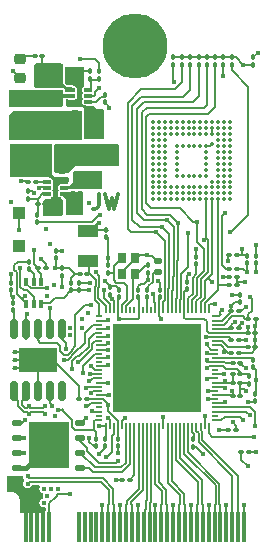
<source format=gtl>
G04 #@! TF.GenerationSoftware,KiCad,Pcbnew,9.0.0+1*
G04 #@! TF.CreationDate,2025-04-09T20:19:07+02:00*
G04 #@! TF.ProjectId,P4_M.2_B+M-key,50345f4d-2e32-45f4-922b-4d2d6b65792e,rev?*
G04 #@! TF.SameCoordinates,Original*
G04 #@! TF.FileFunction,Copper,L1,Top*
G04 #@! TF.FilePolarity,Positive*
%FSLAX46Y46*%
G04 Gerber Fmt 4.6, Leading zero omitted, Abs format (unit mm)*
G04 Created by KiCad (PCBNEW 9.0.0+1) date 2025-04-09 20:19:07*
%MOMM*%
%LPD*%
G01*
G04 APERTURE LIST*
G04 Aperture macros list*
%AMRoundRect*
0 Rectangle with rounded corners*
0 $1 Rounding radius*
0 $2 $3 $4 $5 $6 $7 $8 $9 X,Y pos of 4 corners*
0 Add a 4 corners polygon primitive as box body*
4,1,4,$2,$3,$4,$5,$6,$7,$8,$9,$2,$3,0*
0 Add four circle primitives for the rounded corners*
1,1,$1+$1,$2,$3*
1,1,$1+$1,$4,$5*
1,1,$1+$1,$6,$7*
1,1,$1+$1,$8,$9*
0 Add four rect primitives between the rounded corners*
20,1,$1+$1,$2,$3,$4,$5,0*
20,1,$1+$1,$4,$5,$6,$7,0*
20,1,$1+$1,$6,$7,$8,$9,0*
20,1,$1+$1,$8,$9,$2,$3,0*%
G04 Aperture macros list end*
%ADD10C,0.300000*%
G04 #@! TA.AperFunction,NonConductor*
%ADD11C,0.300000*%
G04 #@! TD*
G04 #@! TA.AperFunction,SMDPad,CuDef*
%ADD12RoundRect,0.175000X0.000010X0.000010X-0.000010X0.000010X-0.000010X-0.000010X0.000010X-0.000010X0*%
G04 #@! TD*
G04 #@! TA.AperFunction,SMDPad,CuDef*
%ADD13RoundRect,0.100000X0.100000X-0.130000X0.100000X0.130000X-0.100000X0.130000X-0.100000X-0.130000X0*%
G04 #@! TD*
G04 #@! TA.AperFunction,SMDPad,CuDef*
%ADD14RoundRect,0.100000X-0.100000X0.130000X-0.100000X-0.130000X0.100000X-0.130000X0.100000X0.130000X0*%
G04 #@! TD*
G04 #@! TA.AperFunction,SMDPad,CuDef*
%ADD15RoundRect,0.100000X0.130000X0.100000X-0.130000X0.100000X-0.130000X-0.100000X0.130000X-0.100000X0*%
G04 #@! TD*
G04 #@! TA.AperFunction,SMDPad,CuDef*
%ADD16RoundRect,0.225000X0.225000X0.250000X-0.225000X0.250000X-0.225000X-0.250000X0.225000X-0.250000X0*%
G04 #@! TD*
G04 #@! TA.AperFunction,SMDPad,CuDef*
%ADD17RoundRect,0.090000X-0.235000X-0.000010X0.235000X-0.000010X0.235000X0.000010X-0.235000X0.000010X0*%
G04 #@! TD*
G04 #@! TA.AperFunction,SMDPad,CuDef*
%ADD18RoundRect,0.090000X-0.000010X-0.235000X0.000010X-0.235000X0.000010X0.235000X-0.000010X0.235000X0*%
G04 #@! TD*
G04 #@! TA.AperFunction,SMDPad,CuDef*
%ADD19R,7.500000X7.500000*%
G04 #@! TD*
G04 #@! TA.AperFunction,SMDPad,CuDef*
%ADD20RoundRect,0.100000X-0.130000X-0.100000X0.130000X-0.100000X0.130000X0.100000X-0.130000X0.100000X0*%
G04 #@! TD*
G04 #@! TA.AperFunction,SMDPad,CuDef*
%ADD21RoundRect,0.087500X0.250000X0.087500X-0.250000X0.087500X-0.250000X-0.087500X0.250000X-0.087500X0*%
G04 #@! TD*
G04 #@! TA.AperFunction,ConnectorPad*
%ADD22R,0.350000X2.500000*%
G04 #@! TD*
G04 #@! TA.AperFunction,CastellatedPad*
%ADD23C,5.500000*%
G04 #@! TD*
G04 #@! TA.AperFunction,SMDPad,CuDef*
%ADD24RoundRect,0.212500X-0.787500X0.212500X-0.787500X-0.212500X0.787500X-0.212500X0.787500X0.212500X0*%
G04 #@! TD*
G04 #@! TA.AperFunction,SMDPad,CuDef*
%ADD25RoundRect,0.218750X0.256250X-0.218750X0.256250X0.218750X-0.256250X0.218750X-0.256250X-0.218750X0*%
G04 #@! TD*
G04 #@! TA.AperFunction,SMDPad,CuDef*
%ADD26R,1.800000X1.000000*%
G04 #@! TD*
G04 #@! TA.AperFunction,SMDPad,CuDef*
%ADD27RoundRect,0.225000X-0.225000X-0.250000X0.225000X-0.250000X0.225000X0.250000X-0.225000X0.250000X0*%
G04 #@! TD*
G04 #@! TA.AperFunction,SMDPad,CuDef*
%ADD28R,4.400000X1.300000*%
G04 #@! TD*
G04 #@! TA.AperFunction,SMDPad,CuDef*
%ADD29RoundRect,0.125000X-0.262500X-0.125000X0.262500X-0.125000X0.262500X0.125000X-0.262500X0.125000X0*%
G04 #@! TD*
G04 #@! TA.AperFunction,HeatsinkPad*
%ADD30R,3.400000X4.000000*%
G04 #@! TD*
G04 #@! TA.AperFunction,SMDPad,CuDef*
%ADD31R,0.800000X0.900000*%
G04 #@! TD*
G04 #@! TA.AperFunction,SMDPad,CuDef*
%ADD32RoundRect,0.087500X-0.250000X-0.087500X0.250000X-0.087500X0.250000X0.087500X-0.250000X0.087500X0*%
G04 #@! TD*
G04 #@! TA.AperFunction,SMDPad,CuDef*
%ADD33RoundRect,0.100000X0.100000X-0.225000X0.100000X0.225000X-0.100000X0.225000X-0.100000X-0.225000X0*%
G04 #@! TD*
G04 #@! TA.AperFunction,SMDPad,CuDef*
%ADD34RoundRect,0.250000X0.300000X-0.300000X0.300000X0.300000X-0.300000X0.300000X-0.300000X-0.300000X0*%
G04 #@! TD*
G04 #@! TA.AperFunction,SMDPad,CuDef*
%ADD35RoundRect,0.150000X0.150000X-0.687500X0.150000X0.687500X-0.150000X0.687500X-0.150000X-0.687500X0*%
G04 #@! TD*
G04 #@! TA.AperFunction,HeatsinkPad*
%ADD36R,3.300000X2.100000*%
G04 #@! TD*
G04 #@! TA.AperFunction,SMDPad,CuDef*
%ADD37RoundRect,0.147500X-0.172500X0.147500X-0.172500X-0.147500X0.172500X-0.147500X0.172500X0.147500X0*%
G04 #@! TD*
G04 #@! TA.AperFunction,ViaPad*
%ADD38C,0.450000*%
G04 #@! TD*
G04 #@! TA.AperFunction,ViaPad*
%ADD39C,0.350000*%
G04 #@! TD*
G04 #@! TA.AperFunction,ViaPad*
%ADD40C,0.600000*%
G04 #@! TD*
G04 #@! TA.AperFunction,Conductor*
%ADD41C,0.150000*%
G04 #@! TD*
G04 #@! TA.AperFunction,Conductor*
%ADD42C,0.200000*%
G04 #@! TD*
G04 #@! TA.AperFunction,Conductor*
%ADD43C,0.450000*%
G04 #@! TD*
G04 #@! TA.AperFunction,Conductor*
%ADD44C,0.152400*%
G04 #@! TD*
G04 #@! TA.AperFunction,Conductor*
%ADD45C,0.179578*%
G04 #@! TD*
G04 APERTURE END LIST*
D10*
D11*
X145478320Y-96525304D02*
X145478320Y-97453876D01*
X145478320Y-97453876D02*
X145416415Y-97639590D01*
X145416415Y-97639590D02*
X145292606Y-97763400D01*
X145292606Y-97763400D02*
X145106891Y-97825304D01*
X145106891Y-97825304D02*
X144983082Y-97825304D01*
X145973558Y-96525304D02*
X146283082Y-97825304D01*
X146283082Y-97825304D02*
X146530701Y-96896733D01*
X146530701Y-96896733D02*
X146778320Y-97825304D01*
X146778320Y-97825304D02*
X147087844Y-96525304D01*
D12*
G04 #@! TO.P,U3,A1,NC_1*
G04 #@! TO.N,unconnected-(U3A-NC_1-PadA1)_2*
X156550000Y-97000000D03*
G04 #@! TO.P,U3,A2,NC_1*
G04 #@! TO.N,unconnected-(U3A-NC_1-PadA1)*
X156050000Y-97000000D03*
G04 #@! TO.P,U3,A3,DAT0*
G04 #@! TO.N,/SD_DATA0*
X155550000Y-97000000D03*
G04 #@! TO.P,U3,A4,DAT1*
G04 #@! TO.N,/SD_DATA1*
X155050000Y-97000000D03*
G04 #@! TO.P,U3,A5,DAT2*
G04 #@! TO.N,/SD_DATA2*
X154550000Y-97000000D03*
G04 #@! TO.P,U3,A6,VSS*
G04 #@! TO.N,GND*
X154050000Y-97000000D03*
G04 #@! TO.P,U3,A7,RFU_A7*
G04 #@! TO.N,unconnected-(U3B-RFU_A7-PadA7)*
X153550000Y-97000000D03*
G04 #@! TO.P,U3,A8,NC_1*
G04 #@! TO.N,unconnected-(U3A-NC_1-PadA1)_9*
X153050000Y-97000000D03*
G04 #@! TO.P,U3,A9,NC_1*
G04 #@! TO.N,unconnected-(U3A-NC_1-PadA1)_3*
X152550000Y-97000000D03*
G04 #@! TO.P,U3,A10,NC_1*
G04 #@! TO.N,unconnected-(U3A-NC_1-PadA1)_1*
X152050000Y-97000000D03*
G04 #@! TO.P,U3,A11,NC_1*
G04 #@! TO.N,unconnected-(U3A-NC_1-PadA1)_7*
X151550000Y-97000000D03*
G04 #@! TO.P,U3,A12,NC_1*
G04 #@! TO.N,unconnected-(U3A-NC_1-PadA1)_4*
X151050000Y-97000000D03*
G04 #@! TO.P,U3,A13,NC_1*
G04 #@! TO.N,unconnected-(U3A-NC_1-PadA1)_5*
X150550000Y-97000000D03*
G04 #@! TO.P,U3,A14,NC_1*
G04 #@! TO.N,unconnected-(U3A-NC_1-PadA1)_13*
X150050000Y-97000000D03*
G04 #@! TO.P,U3,B1,NC_1*
G04 #@! TO.N,unconnected-(U3A-NC_1-PadA1)_12*
X156550000Y-96500000D03*
G04 #@! TO.P,U3,B2,DAT3*
G04 #@! TO.N,/SD_DATA3*
X156050000Y-96500000D03*
G04 #@! TO.P,U3,B3,DAT4*
G04 #@! TO.N,/SD_DATA4*
X155550000Y-96500000D03*
G04 #@! TO.P,U3,B4,DAT5*
G04 #@! TO.N,/SD_DATA5*
X155050000Y-96500000D03*
G04 #@! TO.P,U3,B5,DAT6*
G04 #@! TO.N,/SD_DATA6*
X154550000Y-96500000D03*
G04 #@! TO.P,U3,B6,DAT7*
G04 #@! TO.N,/SD_DATA7*
X154050000Y-96500000D03*
G04 #@! TO.P,U3,B7,NC_1*
G04 #@! TO.N,unconnected-(U3A-NC_1-PadA1)_6*
X153550000Y-96500000D03*
G04 #@! TO.P,U3,B8,NC_1*
G04 #@! TO.N,unconnected-(U3A-NC_1-PadA1)_10*
X153050000Y-96500000D03*
G04 #@! TO.P,U3,B9,NC_1*
G04 #@! TO.N,unconnected-(U3A-NC_1-PadA1)_11*
X152550000Y-96500000D03*
G04 #@! TO.P,U3,B10,NC_1*
G04 #@! TO.N,unconnected-(U3A-NC_1-PadA1)_8*
X152050000Y-96500000D03*
G04 #@! TO.P,U3,B11,NC_2*
G04 #@! TO.N,unconnected-(U3A-NC_2-PadB11)_9*
X151550000Y-96500000D03*
G04 #@! TO.P,U3,B12,NC_2*
G04 #@! TO.N,unconnected-(U3A-NC_2-PadB11)*
X151050000Y-96500000D03*
G04 #@! TO.P,U3,B13,NC_2*
G04 #@! TO.N,unconnected-(U3A-NC_2-PadB11)_5*
X150550000Y-96500000D03*
G04 #@! TO.P,U3,B14,NC_2*
G04 #@! TO.N,unconnected-(U3A-NC_2-PadB11)_11*
X150050000Y-96500000D03*
G04 #@! TO.P,U3,C1,NC_2*
G04 #@! TO.N,unconnected-(U3A-NC_2-PadB11)_12*
X156550000Y-96000000D03*
G04 #@! TO.P,U3,C2,VDDI*
G04 #@! TO.N,/V{slash}SDMMC*
X156050000Y-96000000D03*
G04 #@! TO.P,U3,C3,NC_2*
G04 #@! TO.N,unconnected-(U3A-NC_2-PadB11)_13*
X155550000Y-96000000D03*
G04 #@! TO.P,U3,C4,VSSQ*
G04 #@! TO.N,GND*
X155050000Y-96000000D03*
G04 #@! TO.P,U3,C5,NC_2*
G04 #@! TO.N,unconnected-(U3A-NC_2-PadB11)_3*
X154550000Y-96000000D03*
G04 #@! TO.P,U3,C6,VCCQ*
G04 #@! TO.N,/V{slash}SDMMC*
X154050000Y-96000000D03*
G04 #@! TO.P,U3,C7,NC_2*
G04 #@! TO.N,unconnected-(U3A-NC_2-PadB11)_7*
X153550000Y-96000000D03*
G04 #@! TO.P,U3,C8,NC_2*
G04 #@! TO.N,unconnected-(U3A-NC_2-PadB11)_2*
X153050000Y-96000000D03*
G04 #@! TO.P,U3,C9,NC_2*
G04 #@! TO.N,unconnected-(U3A-NC_2-PadB11)_8*
X152550000Y-96000000D03*
G04 #@! TO.P,U3,C10,NC_2*
G04 #@! TO.N,unconnected-(U3A-NC_2-PadB11)_4*
X152050000Y-96000000D03*
G04 #@! TO.P,U3,C11,NC_2*
G04 #@! TO.N,unconnected-(U3A-NC_2-PadB11)_14*
X151550000Y-96000000D03*
G04 #@! TO.P,U3,C12,NC_2*
G04 #@! TO.N,unconnected-(U3A-NC_2-PadB11)_10*
X151050000Y-96000000D03*
G04 #@! TO.P,U3,C13,NC_2*
G04 #@! TO.N,unconnected-(U3A-NC_2-PadB11)_1*
X150550000Y-96000000D03*
G04 #@! TO.P,U3,C14,NC_2*
G04 #@! TO.N,unconnected-(U3A-NC_2-PadB11)_6*
X150050000Y-96000000D03*
G04 #@! TO.P,U3,D1,NC_3*
G04 #@! TO.N,unconnected-(U3A-NC_3-PadD1)_5*
X156550000Y-95500000D03*
G04 #@! TO.P,U3,D2,NC_3*
G04 #@! TO.N,unconnected-(U3A-NC_3-PadD1)_6*
X156050000Y-95500000D03*
G04 #@! TO.P,U3,D3,NC_3*
G04 #@! TO.N,unconnected-(U3A-NC_3-PadD1)_7*
X155550000Y-95500000D03*
G04 #@! TO.P,U3,D4,NC_3*
G04 #@! TO.N,unconnected-(U3A-NC_3-PadD1)_10*
X155050000Y-95500000D03*
G04 #@! TO.P,U3,D12,NC_3*
G04 #@! TO.N,unconnected-(U3A-NC_3-PadD1)*
X151050000Y-95500000D03*
G04 #@! TO.P,U3,D13,NC_3*
G04 #@! TO.N,unconnected-(U3A-NC_3-PadD1)_4*
X150550000Y-95500000D03*
G04 #@! TO.P,U3,D14,NC_3*
G04 #@! TO.N,unconnected-(U3A-NC_3-PadD1)_9*
X150050000Y-95500000D03*
G04 #@! TO.P,U3,E1,NC_3*
G04 #@! TO.N,unconnected-(U3A-NC_3-PadD1)_8*
X156550000Y-95000000D03*
G04 #@! TO.P,U3,E2,NC_3*
G04 #@! TO.N,unconnected-(U3A-NC_3-PadD1)_3*
X156050000Y-95000000D03*
G04 #@! TO.P,U3,E3,NC_3*
G04 #@! TO.N,unconnected-(U3A-NC_3-PadD1)_11*
X155550000Y-95000000D03*
G04 #@! TO.P,U3,E5,RFU_E5*
G04 #@! TO.N,unconnected-(U3B-RFU_E5-PadE5)*
X154550000Y-95000000D03*
G04 #@! TO.P,U3,E6,VCC*
G04 #@! TO.N,/3.3V*
X154050000Y-95000000D03*
G04 #@! TO.P,U3,E7,VSS*
G04 #@! TO.N,GND*
X153550000Y-95000000D03*
G04 #@! TO.P,U3,E8,VSF5*
G04 #@! TO.N,unconnected-(U3A-VSF5-PadE8)*
X153050000Y-95000000D03*
G04 #@! TO.P,U3,E9,VSF1*
G04 #@! TO.N,unconnected-(U3A-VSF1-PadE9)*
X152550000Y-95000000D03*
G04 #@! TO.P,U3,E10,VSF2*
G04 #@! TO.N,unconnected-(U3A-VSF2-PadE10)*
X152050000Y-95000000D03*
G04 #@! TO.P,U3,E12,NC_3*
G04 #@! TO.N,unconnected-(U3A-NC_3-PadD1)_1*
X151050000Y-95000000D03*
G04 #@! TO.P,U3,E13,NC_3*
G04 #@! TO.N,unconnected-(U3A-NC_3-PadD1)_2*
X150550000Y-95000000D03*
G04 #@! TO.P,U3,E14,NC_4*
G04 #@! TO.N,unconnected-(U3A-NC_4-PadE14)_8*
X150050000Y-95000000D03*
G04 #@! TO.P,U3,F1,NC_4*
G04 #@! TO.N,unconnected-(U3A-NC_4-PadE14)_9*
X156550000Y-94500000D03*
G04 #@! TO.P,U3,F2,NC_4*
G04 #@! TO.N,unconnected-(U3A-NC_4-PadE14)_1*
X156050000Y-94500000D03*
G04 #@! TO.P,U3,F3,NC_4*
G04 #@! TO.N,unconnected-(U3A-NC_4-PadE14)_11*
X155550000Y-94500000D03*
G04 #@! TO.P,U3,F5,VCC*
G04 #@! TO.N,/3.3V*
X154550000Y-94500000D03*
G04 #@! TO.P,U3,F10,VSF3*
G04 #@! TO.N,unconnected-(U3A-VSF3-PadF10)*
X152050000Y-94500000D03*
G04 #@! TO.P,U3,F12,NC_4*
G04 #@! TO.N,unconnected-(U3A-NC_4-PadE14)_2*
X151050000Y-94500000D03*
G04 #@! TO.P,U3,F13,NC_4*
G04 #@! TO.N,unconnected-(U3A-NC_4-PadE14)_4*
X150550000Y-94500000D03*
G04 #@! TO.P,U3,F14,NC_4*
G04 #@! TO.N,unconnected-(U3A-NC_4-PadE14)_10*
X150050000Y-94500000D03*
G04 #@! TO.P,U3,G1,NC_4*
G04 #@! TO.N,unconnected-(U3A-NC_4-PadE14)_3*
X156550000Y-94000000D03*
G04 #@! TO.P,U3,G2,NC_4*
G04 #@! TO.N,unconnected-(U3A-NC_4-PadE14)*
X156050000Y-94000000D03*
G04 #@! TO.P,U3,G3,RFU_G3*
G04 #@! TO.N,unconnected-(U3B-RFU_G3-PadG3)*
X155550000Y-94000000D03*
G04 #@! TO.P,U3,G5,VSS*
G04 #@! TO.N,GND*
X154550000Y-94000000D03*
G04 #@! TO.P,U3,G10,VSF6*
G04 #@! TO.N,unconnected-(U3A-VSF6-PadG10)*
X152050000Y-94000000D03*
G04 #@! TO.P,U3,G12,NC_4*
G04 #@! TO.N,unconnected-(U3A-NC_4-PadE14)_7*
X151050000Y-94000000D03*
G04 #@! TO.P,U3,G13,NC_4*
G04 #@! TO.N,unconnected-(U3A-NC_4-PadE14)_6*
X150550000Y-94000000D03*
G04 #@! TO.P,U3,G14,NC_4*
G04 #@! TO.N,unconnected-(U3A-NC_4-PadE14)_5*
X150050000Y-94000000D03*
G04 #@! TO.P,U3,H1,NC_5*
G04 #@! TO.N,unconnected-(U3B-NC_5-PadH1)_12*
X156550000Y-93500000D03*
G04 #@! TO.P,U3,H2,NC_5*
G04 #@! TO.N,unconnected-(U3B-NC_5-PadH1)_6*
X156050000Y-93500000D03*
G04 #@! TO.P,U3,H3,NC_5*
G04 #@! TO.N,unconnected-(U3B-NC_5-PadH1)_9*
X155550000Y-93500000D03*
G04 #@! TO.P,U3,H5,DS*
G04 #@! TO.N,Net-(U3A-DS)*
X154550000Y-93500000D03*
G04 #@! TO.P,U3,H10,VSS*
G04 #@! TO.N,GND*
X152050000Y-93500000D03*
G04 #@! TO.P,U3,H12,NC_5*
G04 #@! TO.N,unconnected-(U3B-NC_5-PadH1)*
X151050000Y-93500000D03*
G04 #@! TO.P,U3,H13,NC_5*
G04 #@! TO.N,unconnected-(U3B-NC_5-PadH1)_13*
X150550000Y-93500000D03*
G04 #@! TO.P,U3,H14,NC_5*
G04 #@! TO.N,unconnected-(U3B-NC_5-PadH1)_7*
X150050000Y-93500000D03*
G04 #@! TO.P,U3,J1,NC_5*
G04 #@! TO.N,unconnected-(U3B-NC_5-PadH1)_8*
X156550000Y-93000000D03*
G04 #@! TO.P,U3,J2,NC_5*
G04 #@! TO.N,unconnected-(U3B-NC_5-PadH1)_4*
X156050000Y-93000000D03*
G04 #@! TO.P,U3,J3,NC_5*
G04 #@! TO.N,unconnected-(U3B-NC_5-PadH1)_5*
X155550000Y-93000000D03*
G04 #@! TO.P,U3,J5,VSS*
G04 #@! TO.N,GND*
X154550000Y-93000000D03*
G04 #@! TO.P,U3,J10,VCC*
G04 #@! TO.N,/3.3V*
X152050000Y-93000000D03*
G04 #@! TO.P,U3,J12,NC_5*
G04 #@! TO.N,unconnected-(U3B-NC_5-PadH1)_14*
X151050000Y-93000000D03*
G04 #@! TO.P,U3,J13,NC_5*
G04 #@! TO.N,unconnected-(U3B-NC_5-PadH1)_11*
X150550000Y-93000000D03*
G04 #@! TO.P,U3,J14,NC_5*
G04 #@! TO.N,unconnected-(U3B-NC_5-PadH1)_3*
X150050000Y-93000000D03*
G04 #@! TO.P,U3,K1,NC_5*
G04 #@! TO.N,unconnected-(U3B-NC_5-PadH1)_1*
X156550000Y-92500000D03*
G04 #@! TO.P,U3,K2,NC_5*
G04 #@! TO.N,unconnected-(U3B-NC_5-PadH1)_10*
X156050000Y-92500000D03*
G04 #@! TO.P,U3,K3,NC_5*
G04 #@! TO.N,unconnected-(U3B-NC_5-PadH1)_2*
X155550000Y-92500000D03*
G04 #@! TO.P,U3,K5,~{RST}*
G04 #@! TO.N,/REST_N*
X154550000Y-92500000D03*
G04 #@! TO.P,U3,K6,RFU_K6*
G04 #@! TO.N,unconnected-(U3B-RFU_K6-PadK6)*
X154050000Y-92500000D03*
G04 #@! TO.P,U3,K7,RFU_K7*
G04 #@! TO.N,unconnected-(U3B-RFU_K7-PadK7)*
X153550000Y-92500000D03*
G04 #@! TO.P,U3,K8,VSS*
G04 #@! TO.N,GND*
X153050000Y-92500000D03*
G04 #@! TO.P,U3,K9,VCC*
G04 #@! TO.N,/3.3V*
X152550000Y-92500000D03*
G04 #@! TO.P,U3,K10,VSF4*
G04 #@! TO.N,unconnected-(U3A-VSF4-PadK10)*
X152050000Y-92500000D03*
G04 #@! TO.P,U3,K12,NC_6*
G04 #@! TO.N,unconnected-(U3B-NC_6-PadK12)_6*
X151050000Y-92500000D03*
G04 #@! TO.P,U3,K13,NC_6*
G04 #@! TO.N,unconnected-(U3B-NC_6-PadK12)_2*
X150550000Y-92500000D03*
G04 #@! TO.P,U3,K14,NC_6*
G04 #@! TO.N,unconnected-(U3B-NC_6-PadK12)_12*
X150050000Y-92500000D03*
G04 #@! TO.P,U3,L1,NC_6*
G04 #@! TO.N,unconnected-(U3B-NC_6-PadK12)_9*
X156550000Y-92000000D03*
G04 #@! TO.P,U3,L2,NC_6*
G04 #@! TO.N,unconnected-(U3B-NC_6-PadK12)_8*
X156050000Y-92000000D03*
G04 #@! TO.P,U3,L3,NC_6*
G04 #@! TO.N,unconnected-(U3B-NC_6-PadK12)*
X155550000Y-92000000D03*
G04 #@! TO.P,U3,L12,NC_6*
G04 #@! TO.N,unconnected-(U3B-NC_6-PadK12)_5*
X151050000Y-92000000D03*
G04 #@! TO.P,U3,L13,NC_6*
G04 #@! TO.N,unconnected-(U3B-NC_6-PadK12)_1*
X150550000Y-92000000D03*
G04 #@! TO.P,U3,L14,NC_6*
G04 #@! TO.N,unconnected-(U3B-NC_6-PadK12)_10*
X150050000Y-92000000D03*
G04 #@! TO.P,U3,M1,NC_6*
G04 #@! TO.N,unconnected-(U3B-NC_6-PadK12)_11*
X156550000Y-91500000D03*
G04 #@! TO.P,U3,M2,NC_6*
G04 #@! TO.N,unconnected-(U3B-NC_6-PadK12)_7*
X156050000Y-91500000D03*
G04 #@! TO.P,U3,M3,NC_6*
G04 #@! TO.N,unconnected-(U3B-NC_6-PadK12)_3*
X155550000Y-91500000D03*
G04 #@! TO.P,U3,M4,VCCQ*
G04 #@! TO.N,/V{slash}SDMMC*
X155050000Y-91500000D03*
G04 #@! TO.P,U3,M5,CMD*
G04 #@! TO.N,/SD_CMD*
X154550000Y-91500000D03*
G04 #@! TO.P,U3,M6,CLK*
G04 #@! TO.N,Net-(U3A-CLK)*
X154050000Y-91500000D03*
G04 #@! TO.P,U3,M7,NC_6*
G04 #@! TO.N,unconnected-(U3B-NC_6-PadK12)_4*
X153550000Y-91500000D03*
G04 #@! TO.P,U3,M8,NC_7*
G04 #@! TO.N,unconnected-(U3B-NC_7-PadM10)_9*
X153050000Y-91500000D03*
G04 #@! TO.P,U3,M9,NC_7*
G04 #@! TO.N,unconnected-(U3B-NC_7-PadM10)_11*
X152550000Y-91500000D03*
G04 #@! TO.P,U3,M10,NC_7*
G04 #@! TO.N,unconnected-(U3B-NC_7-PadM10)_13*
X152050000Y-91500000D03*
G04 #@! TO.P,U3,M11,NC_7*
G04 #@! TO.N,unconnected-(U3B-NC_7-PadM10)_5*
X151550000Y-91500000D03*
G04 #@! TO.P,U3,M12,NC_7*
G04 #@! TO.N,unconnected-(U3B-NC_7-PadM10)_6*
X151050000Y-91500000D03*
G04 #@! TO.P,U3,M13,NC_7*
G04 #@! TO.N,unconnected-(U3B-NC_7-PadM10)_1*
X150550000Y-91500000D03*
G04 #@! TO.P,U3,M14,NC_7*
G04 #@! TO.N,unconnected-(U3B-NC_7-PadM10)*
X150050000Y-91500000D03*
G04 #@! TO.P,U3,N1,NC_7*
G04 #@! TO.N,unconnected-(U3B-NC_7-PadM10)_2*
X156550000Y-91000000D03*
G04 #@! TO.P,U3,N2,VSSQ*
G04 #@! TO.N,GND*
X156050000Y-91000000D03*
G04 #@! TO.P,U3,N3,NC_7*
G04 #@! TO.N,unconnected-(U3B-NC_7-PadM10)_4*
X155550000Y-91000000D03*
G04 #@! TO.P,U3,N4,VCCQ*
G04 #@! TO.N,/V{slash}SDMMC*
X155050000Y-91000000D03*
G04 #@! TO.P,U3,N5,VSSQ*
G04 #@! TO.N,GND*
X154550000Y-91000000D03*
G04 #@! TO.P,U3,N6,NC_7*
G04 #@! TO.N,unconnected-(U3B-NC_7-PadM10)_10*
X154050000Y-91000000D03*
G04 #@! TO.P,U3,N7,NC_7*
G04 #@! TO.N,unconnected-(U3B-NC_7-PadM10)_3*
X153550000Y-91000000D03*
G04 #@! TO.P,U3,N8,NC_7*
G04 #@! TO.N,unconnected-(U3B-NC_7-PadM10)_12*
X153050000Y-91000000D03*
G04 #@! TO.P,U3,N9,NC_7*
G04 #@! TO.N,unconnected-(U3B-NC_7-PadM10)_7*
X152550000Y-91000000D03*
G04 #@! TO.P,U3,N10,NC_7*
G04 #@! TO.N,unconnected-(U3B-NC_7-PadM10)_8*
X152050000Y-91000000D03*
G04 #@! TO.P,U3,N11,NC_8*
G04 #@! TO.N,unconnected-(U3B-NC_8-PadN11)_1*
X151550000Y-91000000D03*
G04 #@! TO.P,U3,N12,NC_8*
G04 #@! TO.N,unconnected-(U3B-NC_8-PadN11)_5*
X151050000Y-91000000D03*
G04 #@! TO.P,U3,N13,NC_8*
G04 #@! TO.N,unconnected-(U3B-NC_8-PadN11)_7*
X150550000Y-91000000D03*
G04 #@! TO.P,U3,N14,NC_8*
G04 #@! TO.N,unconnected-(U3B-NC_8-PadN11)_8*
X150050000Y-91000000D03*
G04 #@! TO.P,U3,P1,NC_8*
G04 #@! TO.N,unconnected-(U3B-NC_8-PadN11)_10*
X156550000Y-90500000D03*
G04 #@! TO.P,U3,P2,NC_8*
G04 #@! TO.N,unconnected-(U3B-NC_8-PadN11)_2*
X156050000Y-90500000D03*
G04 #@! TO.P,U3,P3,VCCQ*
G04 #@! TO.N,/V{slash}SDMMC*
X155550000Y-90500000D03*
G04 #@! TO.P,U3,P4,VSSQ*
G04 #@! TO.N,GND*
X155050000Y-90500000D03*
G04 #@! TO.P,U3,P5,VCCQ*
G04 #@! TO.N,/V{slash}SDMMC*
X154550000Y-90500000D03*
G04 #@! TO.P,U3,P6,VSSQ*
G04 #@! TO.N,GND*
X154050000Y-90500000D03*
G04 #@! TO.P,U3,P7,RFU_P7*
G04 #@! TO.N,unconnected-(U3B-RFU_P7-PadP7)*
X153550000Y-90500000D03*
G04 #@! TO.P,U3,P8,NC_8*
G04 #@! TO.N,unconnected-(U3B-NC_8-PadN11)_6*
X153050000Y-90500000D03*
G04 #@! TO.P,U3,P9,NC_8*
G04 #@! TO.N,unconnected-(U3B-NC_8-PadN11)_3*
X152550000Y-90500000D03*
G04 #@! TO.P,U3,P10,RFU_P10*
G04 #@! TO.N,unconnected-(U3B-RFU_P10-PadP10)*
X152050000Y-90500000D03*
G04 #@! TO.P,U3,P11,NC_8*
G04 #@! TO.N,unconnected-(U3B-NC_8-PadN11)_4*
X151550000Y-90500000D03*
G04 #@! TO.P,U3,P12,NC_8*
G04 #@! TO.N,unconnected-(U3B-NC_8-PadN11)*
X151050000Y-90500000D03*
G04 #@! TO.P,U3,P13,NC_8*
G04 #@! TO.N,unconnected-(U3B-NC_8-PadN11)_9*
X150550000Y-90500000D03*
G04 #@! TO.P,U3,P14,NC_8*
G04 #@! TO.N,unconnected-(U3B-NC_8-PadN11)_11*
X150050000Y-90500000D03*
G04 #@! TD*
D13*
G04 #@! TO.P,R18,1,1*
G04 #@! TO.N,/SD_CLK*
X153700000Y-102520000D03*
G04 #@! TO.P,R18,2,2*
G04 #@! TO.N,Net-(U3A-CLK)*
X153700000Y-101880000D03*
G04 #@! TD*
G04 #@! TO.P,C3,1,1*
G04 #@! TO.N,GND*
X147100000Y-117920000D03*
G04 #@! TO.P,C3,2,2*
G04 #@! TO.N,/3.3V*
X147100000Y-117280000D03*
G04 #@! TD*
D14*
G04 #@! TO.P,R6,1,1*
G04 #@! TO.N,/3.3V*
X158650000Y-113455000D03*
G04 #@! TO.P,R6,2,2*
G04 #@! TO.N,/GPIO37*
X158650000Y-114095000D03*
G04 #@! TD*
D15*
G04 #@! TO.P,R10,1,1*
G04 #@! TO.N,/V{slash}SDMMC*
X157120000Y-104300000D03*
G04 #@! TO.P,R10,2,2*
G04 #@! TO.N,/SD_DATA0*
X156480000Y-104300000D03*
G04 #@! TD*
D16*
G04 #@! TO.P,C33,1,1*
G04 #@! TO.N,/1.2V*
X142300000Y-94350000D03*
G04 #@! TO.P,C33,2,2*
G04 #@! TO.N,GND*
X140750000Y-94350000D03*
G04 #@! TD*
D14*
G04 #@! TO.P,C30,1,1*
G04 #@! TO.N,/V{slash}SDMMC*
X158000000Y-101780000D03*
G04 #@! TO.P,C30,2,2*
G04 #@! TO.N,GND*
X158000000Y-102420000D03*
G04 #@! TD*
D15*
G04 #@! TO.P,R26,1,1*
G04 #@! TO.N,GND*
X140920000Y-97400000D03*
G04 #@! TO.P,R26,2,2*
G04 #@! TO.N,/FB2*
X140280000Y-97400000D03*
G04 #@! TD*
D13*
G04 #@! TO.P,C11,1,1*
G04 #@! TO.N,GND*
X158200000Y-112620000D03*
G04 #@! TO.P,C11,2,2*
G04 #@! TO.N,/GPIO35*
X158200000Y-111980000D03*
G04 #@! TD*
G04 #@! TO.P,R7,1,1*
G04 #@! TO.N,/3.3V*
X157400000Y-105720000D03*
G04 #@! TO.P,R7,2,2*
G04 #@! TO.N,/GPIO38*
X157400000Y-105080000D03*
G04 #@! TD*
D14*
G04 #@! TO.P,R17,1,1*
G04 #@! TO.N,/V{slash}SDMMC*
X152500000Y-84980000D03*
G04 #@! TO.P,R17,2,2*
G04 #@! TO.N,/SD_DATA7*
X152500000Y-85620000D03*
G04 #@! TD*
D13*
G04 #@! TO.P,C28,1,1*
G04 #@! TO.N,Net-(U2A-XTAL_P)*
X146200000Y-103220000D03*
G04 #@! TO.P,C28,2,2*
G04 #@! TO.N,GND*
X146200000Y-102580000D03*
G04 #@! TD*
G04 #@! TO.P,R22,1,1*
G04 #@! TO.N,/FB*
X145438100Y-86803600D03*
G04 #@! TO.P,R22,2,2*
G04 #@! TO.N,/3.3V*
X145438100Y-86163600D03*
G04 #@! TD*
D17*
G04 #@! TO.P,U2,1,GPIO1*
G04 #@! TO.N,Net-(U2A-GPIO1)*
X145475000Y-106925000D03*
G04 #@! TO.P,U2,2,GPIO2*
G04 #@! TO.N,/GPIO2*
X145475000Y-107275000D03*
G04 #@! TO.P,U2,3,GPIO3*
G04 #@! TO.N,/GPIO3*
X145475000Y-107625000D03*
G04 #@! TO.P,U2,4,GPIO4*
G04 #@! TO.N,/GPIO4*
X145475000Y-107975000D03*
G04 #@! TO.P,U2,5,GPIO5*
G04 #@! TO.N,/GPIO5*
X145475000Y-108325000D03*
G04 #@! TO.P,U2,6,GPIO6*
G04 #@! TO.N,/GPIO6*
X145475000Y-108675000D03*
G04 #@! TO.P,U2,7,GPIO7*
G04 #@! TO.N,/GPIO7*
X145475000Y-109025000D03*
G04 #@! TO.P,U2,8,GPIO8*
G04 #@! TO.N,/GPIO8*
X145475000Y-109375000D03*
G04 #@! TO.P,U2,9,VDDPST_1*
G04 #@! TO.N,/3.3V*
X145475000Y-109725000D03*
G04 #@! TO.P,U2,10,GPIO9*
G04 #@! TO.N,/GPIO9*
X145475000Y-110075000D03*
G04 #@! TO.P,U2,11,GPIO10*
G04 #@! TO.N,/GPIO10*
X145475000Y-110425000D03*
G04 #@! TO.P,U2,12,GPIO11*
G04 #@! TO.N,/GPIO11*
X145475000Y-110775000D03*
G04 #@! TO.P,U2,13,GPIO12*
G04 #@! TO.N,/GPIO12*
X145475000Y-111125000D03*
G04 #@! TO.P,U2,14,GPIO13*
G04 #@! TO.N,/GPIO13*
X145475000Y-111475000D03*
G04 #@! TO.P,U2,15,GPIO14*
G04 #@! TO.N,/GPIO14*
X145475000Y-111825000D03*
G04 #@! TO.P,U2,16,GPIO15*
G04 #@! TO.N,/GPIO15*
X145475000Y-112175000D03*
G04 #@! TO.P,U2,17,GPIO16*
G04 #@! TO.N,/GPIO16*
X145475000Y-112525000D03*
G04 #@! TO.P,U2,18,GPIO17*
G04 #@! TO.N,/GPIO17*
X145475000Y-112875000D03*
G04 #@! TO.P,U2,19,GPIO18*
G04 #@! TO.N,/GPIO18*
X145475000Y-113225000D03*
G04 #@! TO.P,U2,20,GPIO19*
G04 #@! TO.N,/GPIO19*
X145475000Y-113575000D03*
G04 #@! TO.P,U2,21,VDDPST_2*
G04 #@! TO.N,/3.3V*
X145475000Y-113925000D03*
G04 #@! TO.P,U2,22,GPIO20*
G04 #@! TO.N,/GPIO20*
X145475000Y-114275000D03*
G04 #@! TO.P,U2,23,GPIO21*
G04 #@! TO.N,/GPIO21*
X145475000Y-114625000D03*
G04 #@! TO.P,U2,24,GPIO22*
G04 #@! TO.N,/GPIO22*
X145475000Y-114975000D03*
G04 #@! TO.P,U2,25,GPIO23*
G04 #@! TO.N,unconnected-(U2A-GPIO23-Pad25)*
X145475000Y-115325000D03*
G04 #@! TO.P,U2,26,VDD_HP_0*
G04 #@! TO.N,/1.2V*
X145475000Y-115675000D03*
D18*
G04 #@! TO.P,U2,27,FLASH_CS*
G04 #@! TO.N,/FLASH_CS*
X146025000Y-116225000D03*
G04 #@! TO.P,U2,28,FLASH_Q*
G04 #@! TO.N,/FLASH_Q*
X146375000Y-116225000D03*
G04 #@! TO.P,U2,29,FLASH_WP*
G04 #@! TO.N,/FLASH_WP*
X146725000Y-116225000D03*
G04 #@! TO.P,U2,30,VDDPST_3*
G04 #@! TO.N,/3.3V*
X147075000Y-116225000D03*
G04 #@! TO.P,U2,31,FLASH_HOLD*
G04 #@! TO.N,/FLASH_HOLD*
X147425000Y-116225000D03*
G04 #@! TO.P,U2,32,FLASH_CK*
G04 #@! TO.N,/FLASH_CK*
X147775000Y-116225000D03*
G04 #@! TO.P,U2,33,FLASH_D*
G04 #@! TO.N,/FLASH_D*
X148125000Y-116225000D03*
G04 #@! TO.P,U2,34,DSI_REXT*
G04 #@! TO.N,/DSI_REXT*
X148475000Y-116225000D03*
G04 #@! TO.P,U2,35,DSI_DATAP1*
G04 #@! TO.N,/DSI_DATAP1*
X148825000Y-116225000D03*
G04 #@! TO.P,U2,36,DSI_DATAN1*
G04 #@! TO.N,/DSI_DATAN1*
X149175000Y-116225000D03*
G04 #@! TO.P,U2,37,DSI_CLKN*
G04 #@! TO.N,/DSI_CLKN*
X149525000Y-116225000D03*
G04 #@! TO.P,U2,38,DSI_CLKP*
G04 #@! TO.N,/DSI_CLKP*
X149875000Y-116225000D03*
G04 #@! TO.P,U2,39,DSI_DATAP0*
G04 #@! TO.N,/DSI_DATAP0*
X150225000Y-116225000D03*
G04 #@! TO.P,U2,40,DSI_DATAN0*
G04 #@! TO.N,/DSI_DATAN0*
X150575000Y-116225000D03*
G04 #@! TO.P,U2,41,VDD_MIPI_DPHY*
G04 #@! TO.N,/VMIPI*
X150925000Y-116225000D03*
G04 #@! TO.P,U2,42,CSI_DATAN0*
G04 #@! TO.N,/CSI_DATAN0*
X151275000Y-116225000D03*
G04 #@! TO.P,U2,43,CSI_DATAP0*
G04 #@! TO.N,/CSI_DATAP0*
X151625000Y-116225000D03*
G04 #@! TO.P,U2,44,CSI_CLKP*
G04 #@! TO.N,/CSI_CLKP*
X151975000Y-116225000D03*
G04 #@! TO.P,U2,45,CSI_CLKN*
G04 #@! TO.N,/CSI_CLKN*
X152325000Y-116225000D03*
G04 #@! TO.P,U2,46,CSI_DATAN1*
G04 #@! TO.N,/CSI_DATAN1*
X152675000Y-116225000D03*
G04 #@! TO.P,U2,47,CSI_DATAP1*
G04 #@! TO.N,/CSI_DATAP1*
X153025000Y-116225000D03*
G04 #@! TO.P,U2,48,CSI_REXT*
G04 #@! TO.N,/CSI_REXT*
X153375000Y-116225000D03*
G04 #@! TO.P,U2,49,DM*
G04 #@! TO.N,/USB2HS_D+*
X153725000Y-116225000D03*
G04 #@! TO.P,U2,50,DP*
G04 #@! TO.N,/USB2HS_D-*
X154075000Y-116225000D03*
G04 #@! TO.P,U2,51,VCCA*
G04 #@! TO.N,/3.3V*
X154425000Y-116225000D03*
G04 #@! TO.P,U2,52,GPIO24*
G04 #@! TO.N,/I2S_DATA*
X154775000Y-116225000D03*
D17*
G04 #@! TO.P,U2,53,GPIO25*
G04 #@! TO.N,/I2S_SCLK*
X155325000Y-115675000D03*
G04 #@! TO.P,U2,54,NC*
G04 #@! TO.N,unconnected-(U2A-NC-Pad54)*
X155325000Y-115325000D03*
G04 #@! TO.P,U2,55,GPIO26*
G04 #@! TO.N,/I2S_MCLK*
X155325000Y-114975000D03*
G04 #@! TO.P,U2,56,GPIO27*
G04 #@! TO.N,/I2S_LRCK*
X155325000Y-114625000D03*
G04 #@! TO.P,U2,57,GPIO28*
G04 #@! TO.N,/SD2_DATA0*
X155325000Y-114275000D03*
G04 #@! TO.P,U2,58,GPIO29*
G04 #@! TO.N,/SD2_DATA3*
X155325000Y-113925000D03*
G04 #@! TO.P,U2,59,VDDPST*
G04 #@! TO.N,/3.3V*
X155325000Y-113575000D03*
G04 #@! TO.P,U2,60,GPIO30*
G04 #@! TO.N,/SD2_DATA2*
X155325000Y-113225000D03*
G04 #@! TO.P,U2,61,GPIO31*
G04 #@! TO.N,/SD2_DATA1*
X155325000Y-112875000D03*
G04 #@! TO.P,U2,62,VDDPST_4*
G04 #@! TO.N,/3.3V*
X155325000Y-112525000D03*
G04 #@! TO.P,U2,63,GPIO32*
G04 #@! TO.N,/SD2_CLK*
X155325000Y-112175000D03*
G04 #@! TO.P,U2,64,GPIO33*
G04 #@! TO.N,/SD2_CMD*
X155325000Y-111825000D03*
G04 #@! TO.P,U2,65,GPIO34*
G04 #@! TO.N,unconnected-(U2A-GPIO34-Pad65)*
X155325000Y-111475000D03*
G04 #@! TO.P,U2,66,GPIO35*
G04 #@! TO.N,/GPIO35*
X155325000Y-111125000D03*
G04 #@! TO.P,U2,67,VDDPST*
G04 #@! TO.N,/3.3V*
X155325000Y-110775000D03*
G04 #@! TO.P,U2,68,GPIO36*
G04 #@! TO.N,Net-(U2A-GPIO36)*
X155325000Y-110425000D03*
G04 #@! TO.P,U2,69,GPIO37*
G04 #@! TO.N,/GPIO37*
X155325000Y-110075000D03*
G04 #@! TO.P,U2,70,GPIO38*
G04 #@! TO.N,/GPIO38*
X155325000Y-109725000D03*
G04 #@! TO.P,U2,71,VFB1/VO1*
G04 #@! TO.N,/VFLASH*
X155325000Y-109375000D03*
G04 #@! TO.P,U2,72,VFB2/VO2*
G04 #@! TO.N,/VPSRAM*
X155325000Y-109025000D03*
G04 #@! TO.P,U2,73,VFB3/VO3*
G04 #@! TO.N,/VMIPI*
X155325000Y-108675000D03*
G04 #@! TO.P,U2,74,VFB4/VO4*
G04 #@! TO.N,/V{slash}SDMMC*
X155325000Y-108325000D03*
G04 #@! TO.P,U2,75,VDDPST_LDO*
G04 #@! TO.N,/3.3V*
X155325000Y-107975000D03*
G04 #@! TO.P,U2,76,VDD_HP_2*
G04 #@! TO.N,/1.2V*
X155325000Y-107625000D03*
G04 #@! TO.P,U2,77,VDDPST_DCDC*
G04 #@! TO.N,/3.3V*
X155325000Y-107275000D03*
G04 #@! TO.P,U2,78,FB_DCDC*
G04 #@! TO.N,Net-(U2A-FB_DCDC)*
X155325000Y-106925000D03*
D18*
G04 #@! TO.P,U2,79,EN_DCDC*
G04 #@! TO.N,/EN_DCDC*
X154775000Y-106375000D03*
G04 #@! TO.P,U2,80,GPIO39*
G04 #@! TO.N,/SD_DATA0*
X154425000Y-106375000D03*
G04 #@! TO.P,U2,81,GPIO40*
G04 #@! TO.N,/SD_DATA1*
X154075000Y-106375000D03*
G04 #@! TO.P,U2,82,GPIO41*
G04 #@! TO.N,/SD_DATA2*
X153725000Y-106375000D03*
G04 #@! TO.P,U2,83,GPIO42*
G04 #@! TO.N,/SD_DATA3*
X153375000Y-106375000D03*
G04 #@! TO.P,U2,84,GPIO43*
G04 #@! TO.N,/SD_CLK*
X153025000Y-106375000D03*
G04 #@! TO.P,U2,85,VDDPST_5*
G04 #@! TO.N,/V{slash}SDMMC*
X152675000Y-106375000D03*
G04 #@! TO.P,U2,86,GPIO44*
G04 #@! TO.N,/SD_CMD*
X152325000Y-106375000D03*
G04 #@! TO.P,U2,87,GPIO45*
G04 #@! TO.N,/SD_DATA4*
X151975000Y-106375000D03*
G04 #@! TO.P,U2,88,GPIO46*
G04 #@! TO.N,/SD_DATA5*
X151625000Y-106375000D03*
G04 #@! TO.P,U2,89,GPIO47*
G04 #@! TO.N,/SD_DATA6*
X151275000Y-106375000D03*
G04 #@! TO.P,U2,90,GPIO48*
G04 #@! TO.N,/SD_DATA7*
X150925000Y-106375000D03*
G04 #@! TO.P,U2,91,VDD_HP_3*
G04 #@! TO.N,/1.2V*
X150575000Y-106375000D03*
G04 #@! TO.P,U2,92,GPIO49*
G04 #@! TO.N,/REST_N*
X150225000Y-106375000D03*
G04 #@! TO.P,U2,93,GPIO50*
G04 #@! TO.N,unconnected-(U2A-GPIO50-Pad93)*
X149875000Y-106375000D03*
G04 #@! TO.P,U2,94,GPIO51*
G04 #@! TO.N,Net-(U2A-GPIO51)*
X149525000Y-106375000D03*
G04 #@! TO.P,U2,95,GPIO52*
G04 #@! TO.N,unconnected-(U2A-GPIO52-Pad95)*
X149175000Y-106375000D03*
G04 #@! TO.P,U2,96,VDDPST_6*
G04 #@! TO.N,/3.3V*
X148825000Y-106375000D03*
G04 #@! TO.P,U2,97,GPIO53*
G04 #@! TO.N,unconnected-(U2A-GPIO53-Pad97)*
X148475000Y-106375000D03*
G04 #@! TO.P,U2,98,GPIO54*
G04 #@! TO.N,unconnected-(U2A-GPIO54-Pad98)*
X148125000Y-106375000D03*
G04 #@! TO.P,U2,99,XTAL_N*
G04 #@! TO.N,Net-(U2A-XTAL_N)*
X147775000Y-106375000D03*
G04 #@! TO.P,U2,100,XTAL_P*
G04 #@! TO.N,Net-(U2A-XTAL_P)*
X147425000Y-106375000D03*
G04 #@! TO.P,U2,101,VDDA*
G04 #@! TO.N,/3.3V*
X147075000Y-106375000D03*
G04 #@! TO.P,U2,102,VBAT*
G04 #@! TO.N,/RTC*
X146725000Y-106375000D03*
G04 #@! TO.P,U2,103,CHIP_PU*
G04 #@! TO.N,/EN_ESP*
X146375000Y-106375000D03*
G04 #@! TO.P,U2,104,GPIO0*
G04 #@! TO.N,Net-(U2A-GPIO0)*
X146025000Y-106375000D03*
D19*
G04 #@! TO.P,U2,105,GND*
G04 #@! TO.N,GND*
X150400000Y-111300000D03*
G04 #@! TD*
D14*
G04 #@! TO.P,R24,1,1*
G04 #@! TO.N,GND*
X144688100Y-86163600D03*
G04 #@! TO.P,R24,2,2*
G04 #@! TO.N,/FB*
X144688100Y-86803600D03*
G04 #@! TD*
D13*
G04 #@! TO.P,R25,1,1*
G04 #@! TO.N,/FB2*
X139500000Y-96970000D03*
G04 #@! TO.P,R25,2,2*
G04 #@! TO.N,/1.2V*
X139500000Y-96330000D03*
G04 #@! TD*
D14*
G04 #@! TO.P,R15,1,1*
G04 #@! TO.N,/V{slash}SDMMC*
X153900000Y-84980000D03*
G04 #@! TO.P,R15,2,2*
G04 #@! TO.N,/SD_DATA5*
X153900000Y-85620000D03*
G04 #@! TD*
D15*
G04 #@! TO.P,C16,1,1*
G04 #@! TO.N,GND*
X158720000Y-109500000D03*
G04 #@! TO.P,C16,2,2*
G04 #@! TO.N,/VPSRAM*
X158080000Y-109500000D03*
G04 #@! TD*
D13*
G04 #@! TO.P,C7,1,1*
G04 #@! TO.N,GND*
X145225000Y-117920000D03*
G04 #@! TO.P,C7,2,2*
G04 #@! TO.N,/1.2V*
X145225000Y-117280000D03*
G04 #@! TD*
D14*
G04 #@! TO.P,R28,1*
G04 #@! TO.N,/CSI_REXT*
X153470000Y-117340000D03*
G04 #@! TO.P,R28,2*
G04 #@! TO.N,GND*
X153470000Y-117980000D03*
G04 #@! TD*
D15*
G04 #@! TO.P,C15,1,1*
G04 #@! TO.N,GND*
X157320000Y-110000000D03*
G04 #@! TO.P,C15,2,2*
G04 #@! TO.N,/VFLASH*
X156680000Y-110000000D03*
G04 #@! TD*
D14*
G04 #@! TO.P,C25,1,1*
G04 #@! TO.N,GND*
X148800000Y-104680000D03*
G04 #@! TO.P,C25,2,2*
G04 #@! TO.N,/3.3V*
X148800000Y-105320000D03*
G04 #@! TD*
G04 #@! TO.P,R14,1,1*
G04 #@! TO.N,/V{slash}SDMMC*
X154600000Y-84980000D03*
G04 #@! TO.P,R14,2,2*
G04 #@! TO.N,/SD_DATA4*
X154600000Y-85620000D03*
G04 #@! TD*
D20*
G04 #@! TO.P,C9,1,1*
G04 #@! TO.N,GND*
X143780000Y-113950000D03*
G04 #@! TO.P,C9,2,2*
G04 #@! TO.N,/3.3V*
X144420000Y-113950000D03*
G04 #@! TD*
G04 #@! TO.P,R5,1,1*
G04 #@! TO.N,/3.3V*
X156780000Y-111800000D03*
G04 #@! TO.P,R5,2,2*
G04 #@! TO.N,/GPIO35*
X157420000Y-111800000D03*
G04 #@! TD*
D14*
G04 #@! TO.P,R16,1,1*
G04 #@! TO.N,/V{slash}SDMMC*
X153200000Y-84980000D03*
G04 #@! TO.P,R16,2,2*
G04 #@! TO.N,/SD_DATA6*
X153200000Y-85620000D03*
G04 #@! TD*
D21*
G04 #@! TO.P,IC2,1,VIN*
G04 #@! TO.N,/USB5V*
X142512500Y-96525000D03*
G04 #@! TO.P,IC2,2,SW*
G04 #@! TO.N,Net-(IC2-SW)*
X142512500Y-96025000D03*
G04 #@! TO.P,IC2,3,GND*
G04 #@! TO.N,GND*
X142512500Y-95525000D03*
G04 #@! TO.P,IC2,4,BST*
G04 #@! TO.N,Net-(IC2-BST)*
X141087500Y-95525000D03*
G04 #@! TO.P,IC2,5,EN*
G04 #@! TO.N,/EN_DCDC*
X141087500Y-96025000D03*
G04 #@! TO.P,IC2,6,FB*
G04 #@! TO.N,/FB2*
X141087500Y-96525000D03*
G04 #@! TD*
D22*
G04 #@! TO.P,U4,1*
G04 #@! TO.N,GND*
X157751100Y-124753600D03*
G04 #@! TO.P,U4,3*
G04 #@! TO.N,/USB2HS_D-*
X157251100Y-124753600D03*
G04 #@! TO.P,U4,5*
G04 #@! TO.N,/USB2HS_D+*
X156751100Y-124753600D03*
G04 #@! TO.P,U4,7*
G04 #@! TO.N,GND*
X156251100Y-124753600D03*
G04 #@! TO.P,U4,9*
G04 #@! TO.N,/CSI_DATAP1*
X155751100Y-124753600D03*
G04 #@! TO.P,U4,11*
G04 #@! TO.N,/CSI_DATAN1*
X155251100Y-124753600D03*
G04 #@! TO.P,U4,13*
G04 #@! TO.N,GND*
X154751100Y-124753600D03*
G04 #@! TO.P,U4,15*
G04 #@! TO.N,/CSI_CLKN*
X154251100Y-124753600D03*
G04 #@! TO.P,U4,17*
G04 #@! TO.N,/CSI_CLKP*
X153751100Y-124753600D03*
G04 #@! TO.P,U4,19*
G04 #@! TO.N,GND*
X153251100Y-124753600D03*
G04 #@! TO.P,U4,21*
G04 #@! TO.N,/CSI_DATAP0*
X152751100Y-124753600D03*
G04 #@! TO.P,U4,23*
G04 #@! TO.N,/CSI_DATAN0*
X152251100Y-124753600D03*
G04 #@! TO.P,U4,25*
G04 #@! TO.N,GND*
X151751100Y-124753600D03*
G04 #@! TO.P,U4,27*
G04 #@! TO.N,/DSI_DATAN0*
X151251100Y-124753600D03*
G04 #@! TO.P,U4,29*
G04 #@! TO.N,/DSI_DATAP0*
X150751100Y-124753600D03*
G04 #@! TO.P,U4,31*
G04 #@! TO.N,GND*
X150251100Y-124753600D03*
G04 #@! TO.P,U4,33*
G04 #@! TO.N,/DSI_CLKP*
X149751100Y-124753600D03*
G04 #@! TO.P,U4,35*
G04 #@! TO.N,/DSI_CLKN*
X149251100Y-124753600D03*
G04 #@! TO.P,U4,37*
G04 #@! TO.N,GND*
X148751100Y-124753600D03*
G04 #@! TO.P,U4,39*
G04 #@! TO.N,/DSI_DATAN1*
X148251100Y-124753600D03*
G04 #@! TO.P,U4,41*
G04 #@! TO.N,/DSI_DATAP1*
X147751100Y-124753600D03*
G04 #@! TO.P,U4,43*
G04 #@! TO.N,GND*
X147251100Y-124753600D03*
G04 #@! TO.P,U4,45*
G04 #@! TO.N,/USBJTAG_D+*
X146751100Y-124753600D03*
G04 #@! TO.P,U4,47*
G04 #@! TO.N,/USBJTAG_D-*
X146251100Y-124753600D03*
G04 #@! TO.P,U4,49*
G04 #@! TO.N,GND*
X145751100Y-124753600D03*
G04 #@! TO.P,U4,51*
G04 #@! TO.N,unconnected-(U4-Pad51)*
X145251100Y-124753600D03*
G04 #@! TO.P,U4,53*
G04 #@! TO.N,unconnected-(U4-Pad53)*
X144751100Y-124753600D03*
G04 #@! TO.P,U4,55*
G04 #@! TO.N,unconnected-(U4-Pad55)*
X144251100Y-124753600D03*
G04 #@! TO.P,U4,57*
G04 #@! TO.N,unconnected-(U4-Pad57)*
X143751100Y-124753600D03*
G04 #@! TO.P,U4,67*
G04 #@! TO.N,/RTC*
X141251100Y-124753600D03*
G04 #@! TO.P,U4,69*
G04 #@! TO.N,/USB5V*
X140751100Y-124753600D03*
G04 #@! TO.P,U4,71*
X140251100Y-124753600D03*
G04 #@! TO.P,U4,73*
X139751100Y-124753600D03*
G04 #@! TO.P,U4,75*
X139251100Y-124753600D03*
D23*
G04 #@! TO.P,U4,MP,screw*
G04 #@! TO.N,GND*
X148501100Y-84003600D03*
G04 #@! TD*
D14*
G04 #@! TO.P,C35,1,1*
G04 #@! TO.N,/V{slash}SDMMC*
X151750000Y-84980000D03*
G04 #@! TO.P,C35,2,2*
G04 #@! TO.N,GND*
X151750000Y-85620000D03*
G04 #@! TD*
D20*
G04 #@! TO.P,R21,1,1*
G04 #@! TO.N,Net-(U3A-DS)*
X156480000Y-102900000D03*
G04 #@! TO.P,R21,2,2*
G04 #@! TO.N,GND*
X157120000Y-102900000D03*
G04 #@! TD*
G04 #@! TO.P,C4,1,1*
G04 #@! TO.N,GND*
X157530000Y-118400000D03*
G04 #@! TO.P,C4,2,2*
G04 #@! TO.N,/VMIPI*
X158170000Y-118400000D03*
G04 #@! TD*
D14*
G04 #@! TO.P,C26,1,1*
G04 #@! TO.N,GND*
X150600000Y-104680000D03*
G04 #@! TO.P,C26,2,2*
G04 #@! TO.N,/1.2V*
X150600000Y-105320000D03*
G04 #@! TD*
G04 #@! TO.P,R12,1,1*
G04 #@! TO.N,/V{slash}SDMMC*
X156700000Y-84980000D03*
G04 #@! TO.P,R12,2,2*
G04 #@! TO.N,/SD_DATA2*
X156700000Y-85620000D03*
G04 #@! TD*
D20*
G04 #@! TO.P,C13,1,1*
G04 #@! TO.N,GND*
X143830000Y-103350000D03*
G04 #@! TO.P,C13,2,2*
G04 #@! TO.N,Net-(U2A-GPIO1)*
X144470000Y-103350000D03*
G04 #@! TD*
G04 #@! TO.P,C32,1,1*
G04 #@! TO.N,Net-(IC2-SW)*
X139480000Y-95500000D03*
G04 #@! TO.P,C32,2,2*
G04 #@! TO.N,Net-(IC2-BST)*
X140120000Y-95500000D03*
G04 #@! TD*
D15*
G04 #@! TO.P,C14,1,1*
G04 #@! TO.N,GND*
X157420000Y-110900000D03*
G04 #@! TO.P,C14,2,2*
G04 #@! TO.N,/3.3V*
X156780000Y-110900000D03*
G04 #@! TD*
D14*
G04 #@! TO.P,R31,1,1*
G04 #@! TO.N,/RTS*
X139550000Y-102285000D03*
G04 #@! TO.P,R31,2,2*
G04 #@! TO.N,Net-(Q2B-B2)*
X139550000Y-102925000D03*
G04 #@! TD*
D20*
G04 #@! TO.P,R30,1,1*
G04 #@! TO.N,/DTR*
X140330000Y-102842500D03*
G04 #@! TO.P,R30,2,2*
G04 #@! TO.N,Net-(Q2A-B1)*
X140970000Y-102842500D03*
G04 #@! TD*
D24*
G04 #@! TO.P,L2,1,1*
G04 #@! TO.N,/1.2V*
X144600000Y-93625000D03*
G04 #@! TO.P,L2,2,2*
G04 #@! TO.N,Net-(IC2-SW)*
X144600000Y-95275000D03*
G04 #@! TD*
D25*
G04 #@! TO.P,D3,1,K*
G04 #@! TO.N,GND*
X138750000Y-86737500D03*
G04 #@! TO.P,D3,2,A*
G04 #@! TO.N,Net-(D3-A)*
X138750000Y-85162500D03*
G04 #@! TD*
D14*
G04 #@! TO.P,R3,1,1*
G04 #@! TO.N,/FLASH_CS*
X146000000Y-117280000D03*
G04 #@! TO.P,R3,2,2*
G04 #@! TO.N,/VFLASH*
X146000000Y-117920000D03*
G04 #@! TD*
D15*
G04 #@! TO.P,R20,1,1*
G04 #@! TO.N,/V{slash}SDMMC*
X157120000Y-101700000D03*
G04 #@! TO.P,R20,2,2*
G04 #@! TO.N,/REST_N*
X156480000Y-101700000D03*
G04 #@! TD*
D14*
G04 #@! TO.P,R23,1,1*
G04 #@! TO.N,/FB2*
X140250000Y-98310000D03*
G04 #@! TO.P,R23,2,2*
G04 #@! TO.N,Net-(U2A-FB_DCDC)*
X140250000Y-98950000D03*
G04 #@! TD*
G04 #@! TO.P,C2,1,1*
G04 #@! TO.N,GND*
X138150000Y-105780000D03*
G04 #@! TO.P,C2,2,2*
G04 #@! TO.N,Net-(U5-V3)*
X138150000Y-106420000D03*
G04 #@! TD*
G04 #@! TO.P,R2,1,1*
G04 #@! TO.N,Net-(J2-CC2)*
X141800000Y-101360000D03*
G04 #@! TO.P,R2,2,2*
G04 #@! TO.N,GND*
X141800000Y-102000000D03*
G04 #@! TD*
D16*
G04 #@! TO.P,C37,1,1*
G04 #@! TO.N,/USB5V*
X143575000Y-97750000D03*
G04 #@! TO.P,C37,2,2*
G04 #@! TO.N,GND*
X142025000Y-97750000D03*
G04 #@! TD*
D26*
G04 #@! TO.P,Y1,1,1*
G04 #@! TO.N,Net-(U2A-GPIO1)*
X144500000Y-102200000D03*
G04 #@! TO.P,Y1,2,2*
G04 #@! TO.N,Net-(U2A-GPIO0)*
X144500000Y-99700000D03*
G04 #@! TD*
D27*
G04 #@! TO.P,C46,1,1*
G04 #@! TO.N,/3.3V*
X143425000Y-91400000D03*
G04 #@! TO.P,C46,2,2*
G04 #@! TO.N,GND*
X144975000Y-91400000D03*
G04 #@! TD*
D14*
G04 #@! TO.P,R13,1,1*
G04 #@! TO.N,/V{slash}SDMMC*
X155300000Y-84980000D03*
G04 #@! TO.P,R13,2,2*
G04 #@! TO.N,/SD_DATA3*
X155300000Y-85620000D03*
G04 #@! TD*
G04 #@! TO.P,C29,1,1*
G04 #@! TO.N,Net-(U2A-XTAL_N)*
X149600000Y-102580000D03*
G04 #@! TO.P,C29,2,2*
G04 #@! TO.N,GND*
X149600000Y-103220000D03*
G04 #@! TD*
D13*
G04 #@! TO.P,C21,1,1*
G04 #@! TO.N,GND*
X146100000Y-100220000D03*
G04 #@! TO.P,C21,2,2*
G04 #@! TO.N,Net-(U2A-GPIO0)*
X146100000Y-99580000D03*
G04 #@! TD*
G04 #@! TO.P,R1,1,1*
G04 #@! TO.N,Net-(J2-CC1)*
X142350000Y-103470000D03*
G04 #@! TO.P,R1,2,2*
G04 #@! TO.N,GND*
X142350000Y-102830000D03*
G04 #@! TD*
D16*
G04 #@! TO.P,C34,1,1*
G04 #@! TO.N,/1.2V*
X142300000Y-92875000D03*
G04 #@! TO.P,C34,2,2*
G04 #@! TO.N,GND*
X140750000Y-92875000D03*
G04 #@! TD*
D14*
G04 #@! TO.P,C23,1,1*
G04 #@! TO.N,GND*
X146400000Y-104430000D03*
G04 #@! TO.P,C23,2,2*
G04 #@! TO.N,/RTC*
X146400000Y-105070000D03*
G04 #@! TD*
D28*
G04 #@! TO.P,L1,1,1*
G04 #@! TO.N,/3.3V*
X140138100Y-91233600D03*
G04 #@! TO.P,L1,2,2*
G04 #@! TO.N,Net-(IC4-SW)*
X140138100Y-88433600D03*
G04 #@! TD*
D13*
G04 #@! TO.P,C50,1,1*
G04 #@! TO.N,GND*
X138050000Y-104720000D03*
G04 #@! TO.P,C50,2,2*
G04 #@! TO.N,/USB5V*
X138050000Y-104080000D03*
G04 #@! TD*
D29*
G04 #@! TO.P,IC1,1,CS#*
G04 #@! TO.N,/FLASH_CS*
X138550000Y-115940000D03*
G04 #@! TO.P,IC1,2,SO_(IO1)*
G04 #@! TO.N,/FLASH_Q*
X138550000Y-117210000D03*
G04 #@! TO.P,IC1,3,WP#_(IO2)*
G04 #@! TO.N,/FLASH_WP*
X138550000Y-118480000D03*
G04 #@! TO.P,IC1,4,VSS*
G04 #@! TO.N,GND*
X138550000Y-119750000D03*
G04 #@! TO.P,IC1,5,SI_(IO0)*
G04 #@! TO.N,/FLASH_D*
X143875000Y-119750000D03*
G04 #@! TO.P,IC1,6,SCLK*
G04 #@! TO.N,/FLASH_CK*
X143875000Y-118480000D03*
G04 #@! TO.P,IC1,7,HOLD#/_RESET#_(IO3)*
G04 #@! TO.N,/FLASH_HOLD*
X143875000Y-117210000D03*
G04 #@! TO.P,IC1,8,VCC*
G04 #@! TO.N,/VFLASH*
X143875000Y-115940000D03*
D30*
G04 #@! TO.P,IC1,9,EP*
G04 #@! TO.N,GND*
X141212500Y-117845000D03*
G04 #@! TD*
D15*
G04 #@! TO.P,C5,1,1*
G04 #@! TO.N,GND*
X157060000Y-116520000D03*
G04 #@! TO.P,C5,2,2*
G04 #@! TO.N,/3.3V*
X156420000Y-116520000D03*
G04 #@! TD*
G04 #@! TO.P,C10,1,1*
G04 #@! TO.N,GND*
X157420000Y-113700000D03*
G04 #@! TO.P,C10,2,2*
G04 #@! TO.N,/3.3V*
X156780000Y-113700000D03*
G04 #@! TD*
G04 #@! TO.P,C17,1,1*
G04 #@! TO.N,GND*
X157320000Y-108900000D03*
G04 #@! TO.P,C17,2,2*
G04 #@! TO.N,/VMIPI*
X156680000Y-108900000D03*
G04 #@! TD*
D31*
G04 #@! TO.P,Y2,1,1*
G04 #@! TO.N,Net-(U2A-XTAL_P)*
X147400000Y-101950000D03*
G04 #@! TO.P,Y2,2,2*
G04 #@! TO.N,GND*
X147400000Y-103350000D03*
G04 #@! TO.P,Y2,3,3*
G04 #@! TO.N,Net-(U2A-XTAL_N)*
X148500000Y-103350000D03*
G04 #@! TO.P,Y2,4,4*
G04 #@! TO.N,GND*
X148500000Y-101950000D03*
G04 #@! TD*
D32*
G04 #@! TO.P,IC4,1,VIN*
G04 #@! TO.N,/USB5V*
X143125600Y-87733600D03*
G04 #@! TO.P,IC4,2,SW*
G04 #@! TO.N,Net-(IC4-SW)*
X143125600Y-88233600D03*
G04 #@! TO.P,IC4,3,GND*
G04 #@! TO.N,GND*
X143125600Y-88733600D03*
G04 #@! TO.P,IC4,4,BST*
G04 #@! TO.N,Net-(IC4-BST)*
X144550600Y-88733600D03*
G04 #@! TO.P,IC4,5,EN*
G04 #@! TO.N,/USB5V*
X144550600Y-88233600D03*
G04 #@! TO.P,IC4,6,FB*
G04 #@! TO.N,/FB*
X144550600Y-87733600D03*
G04 #@! TD*
D15*
G04 #@! TO.P,C19,1,1*
G04 #@! TO.N,GND*
X157320000Y-107900000D03*
G04 #@! TO.P,C19,2,2*
G04 #@! TO.N,/3.3V*
X156680000Y-107900000D03*
G04 #@! TD*
D27*
G04 #@! TO.P,C49,1,1*
G04 #@! TO.N,/USB5V*
X141725000Y-86450000D03*
G04 #@! TO.P,C49,2,2*
G04 #@! TO.N,GND*
X143275000Y-86450000D03*
G04 #@! TD*
D15*
G04 #@! TO.P,C12,1,1*
G04 #@! TO.N,GND*
X157420000Y-112600000D03*
G04 #@! TO.P,C12,2,2*
G04 #@! TO.N,/3.3V*
X156780000Y-112600000D03*
G04 #@! TD*
D14*
G04 #@! TO.P,C27,1,1*
G04 #@! TO.N,GND*
X152900000Y-103980000D03*
G04 #@! TO.P,C27,2,2*
G04 #@! TO.N,/V{slash}SDMMC*
X152900000Y-104620000D03*
G04 #@! TD*
D13*
G04 #@! TO.P,R27,1,1*
G04 #@! TO.N,Net-(U2A-GPIO51)*
X149500000Y-105290000D03*
G04 #@! TO.P,R27,2,2*
G04 #@! TO.N,Net-(D1-A)*
X149500000Y-104650000D03*
G04 #@! TD*
D15*
G04 #@! TO.P,C22,1,1*
G04 #@! TO.N,GND*
X157320000Y-106500000D03*
G04 #@! TO.P,C22,2,2*
G04 #@! TO.N,/3.3V*
X156680000Y-106500000D03*
G04 #@! TD*
D33*
G04 #@! TO.P,Q2,1,E1*
G04 #@! TO.N,/RTS*
X139300000Y-105892500D03*
G04 #@! TO.P,Q2,2,B1*
G04 #@! TO.N,Net-(Q2A-B1)*
X139950000Y-105892500D03*
G04 #@! TO.P,Q2,3,C2*
G04 #@! TO.N,/EN_ESP*
X140600000Y-105892500D03*
G04 #@! TO.P,Q2,4,E2*
G04 #@! TO.N,/DTR*
X140600000Y-103992500D03*
G04 #@! TO.P,Q2,5,B2*
G04 #@! TO.N,Net-(Q2B-B2)*
X139950000Y-103992500D03*
G04 #@! TO.P,Q2,6,C1*
G04 #@! TO.N,/GPIO35*
X139300000Y-103992500D03*
G04 #@! TD*
D20*
G04 #@! TO.P,R9,1,1*
G04 #@! TO.N,Net-(D3-A)*
X140030000Y-84850000D03*
G04 #@! TO.P,R9,2,2*
G04 #@! TO.N,/USB5V*
X140670000Y-84850000D03*
G04 #@! TD*
D15*
G04 #@! TO.P,C18,1,1*
G04 #@! TO.N,GND*
X158720000Y-108300000D03*
G04 #@! TO.P,C18,2,2*
G04 #@! TO.N,/V{slash}SDMMC*
X158080000Y-108300000D03*
G04 #@! TD*
D14*
G04 #@! TO.P,R19,1,1*
G04 #@! TO.N,/V{slash}SDMMC*
X156000000Y-84980000D03*
G04 #@! TO.P,R19,2,2*
G04 #@! TO.N,/SD_CMD*
X156000000Y-85620000D03*
G04 #@! TD*
G04 #@! TO.P,R8,1,1*
G04 #@! TO.N,Net-(U2A-GPIO36)*
X158500000Y-110580000D03*
G04 #@! TO.P,R8,2,2*
G04 #@! TO.N,/3.3V*
X158500000Y-111220000D03*
G04 #@! TD*
D15*
G04 #@! TO.P,R11,1,1*
G04 #@! TO.N,/V{slash}SDMMC*
X157120000Y-103600000D03*
G04 #@! TO.P,R11,2,2*
G04 #@! TO.N,/SD_DATA1*
X156480000Y-103600000D03*
G04 #@! TD*
D14*
G04 #@! TO.P,R4,1,1*
G04 #@! TO.N,/3.3V*
X143800000Y-104080000D03*
G04 #@! TO.P,R4,2,2*
G04 #@! TO.N,/EN_ESP*
X143800000Y-104720000D03*
G04 #@! TD*
G04 #@! TO.P,C24,1,1*
G04 #@! TO.N,GND*
X147200000Y-104680000D03*
G04 #@! TO.P,C24,2,2*
G04 #@! TO.N,/3.3V*
X147200000Y-105320000D03*
G04 #@! TD*
D13*
G04 #@! TO.P,C36,1,1*
G04 #@! TO.N,/V{slash}SDMMC*
X158500000Y-85620000D03*
G04 #@! TO.P,C36,2,2*
G04 #@! TO.N,GND*
X158500000Y-84980000D03*
G04 #@! TD*
D15*
G04 #@! TO.P,R29,1*
G04 #@! TO.N,/DSI_REXT*
X148090000Y-120750000D03*
G04 #@! TO.P,R29,2*
G04 #@! TO.N,GND*
X147450000Y-120750000D03*
G04 #@! TD*
D34*
G04 #@! TO.P,D2,1,K*
G04 #@! TO.N,/USB5V*
X138700000Y-101000000D03*
G04 #@! TO.P,D2,2,A*
G04 #@! TO.N,Net-(D2-A)*
X138700000Y-98200000D03*
G04 #@! TD*
D35*
G04 #@! TO.P,U5,1,UD+*
G04 #@! TO.N,/USBJTAG_D+*
X138300000Y-113237500D03*
G04 #@! TO.P,U5,2,UD-*
G04 #@! TO.N,/USBJTAG_D-*
X139300000Y-113237500D03*
G04 #@! TO.P,U5,3,GND*
G04 #@! TO.N,GND*
X140300000Y-113237500D03*
G04 #@! TO.P,U5,4,~{DTR}*
G04 #@! TO.N,/DTR*
X141300000Y-113237500D03*
G04 #@! TO.P,U5,5,~{CTS}*
G04 #@! TO.N,unconnected-(U5-~{CTS}-Pad5)*
X142300000Y-113237500D03*
G04 #@! TO.P,U5,6,~{RTS}*
G04 #@! TO.N,/RTS*
X142300000Y-107962500D03*
G04 #@! TO.P,U5,7,VCC*
G04 #@! TO.N,/USB5V*
X141300000Y-107962500D03*
G04 #@! TO.P,U5,8,TXD*
G04 #@! TO.N,/GPIO38*
X140300000Y-107962500D03*
G04 #@! TO.P,U5,9,RXD*
G04 #@! TO.N,/GPIO37*
X139300000Y-107962500D03*
G04 #@! TO.P,U5,10,V3*
G04 #@! TO.N,Net-(U5-V3)*
X138300000Y-107962500D03*
D36*
G04 #@! TO.P,U5,11,GND*
G04 #@! TO.N,GND*
X140300000Y-110600000D03*
G04 #@! TD*
D37*
G04 #@! TO.P,D1,1,K*
G04 #@! TO.N,GND*
X150500000Y-102230000D03*
G04 #@! TO.P,D1,2,A*
G04 #@! TO.N,Net-(D1-A)*
X150500000Y-103200000D03*
G04 #@! TD*
D14*
G04 #@! TO.P,C31,1,1*
G04 #@! TO.N,/3.3V*
X158800000Y-101780000D03*
G04 #@! TO.P,C31,2,2*
G04 #@! TO.N,GND*
X158800000Y-102420000D03*
G04 #@! TD*
D15*
G04 #@! TO.P,C20,1,1*
G04 #@! TO.N,GND*
X158740000Y-107100000D03*
G04 #@! TO.P,C20,2,2*
G04 #@! TO.N,/1.2V*
X158100000Y-107100000D03*
G04 #@! TD*
D27*
G04 #@! TO.P,C47,1,1*
G04 #@! TO.N,/3.3V*
X143400000Y-89925000D03*
G04 #@! TO.P,C47,2,2*
G04 #@! TO.N,GND*
X144950000Y-89925000D03*
G04 #@! TD*
D13*
G04 #@! TO.P,C48,1,1*
G04 #@! TO.N,Net-(IC4-SW)*
X146000000Y-88800000D03*
G04 #@! TO.P,C48,2,2*
G04 #@! TO.N,Net-(IC4-BST)*
X146000000Y-88160000D03*
G04 #@! TD*
D14*
G04 #@! TO.P,C6,1,1*
G04 #@! TO.N,GND*
X143100000Y-104080000D03*
G04 #@! TO.P,C6,2,2*
G04 #@! TO.N,/EN_ESP*
X143100000Y-104720000D03*
G04 #@! TD*
D38*
G04 #@! TO.N,/3.3V*
X156700000Y-113200000D03*
X146200000Y-114400000D03*
X154436801Y-115376801D03*
X147200000Y-107100000D03*
D39*
X152050000Y-93000000D03*
D38*
X155600000Y-116500000D03*
X154600000Y-110650003D03*
D39*
X154550000Y-94500000D03*
X154050000Y-95000000D03*
D38*
X142000000Y-121500000D03*
X156650000Y-106050000D03*
X140950000Y-90000000D03*
X156100000Y-112374997D03*
X146200000Y-109800000D03*
X144750000Y-104100000D03*
D39*
X152550000Y-92500000D03*
D38*
X143900000Y-85150000D03*
X139650000Y-90000000D03*
X141400000Y-121500000D03*
X140300000Y-90000000D03*
X156961297Y-107376000D03*
X158750000Y-100900000D03*
X140800000Y-122700000D03*
X158800000Y-112300000D03*
X142700000Y-91650000D03*
X141100000Y-122100000D03*
X140800000Y-121500000D03*
X139000000Y-90000000D03*
G04 #@! TO.N,/EN_ESP*
X145851693Y-104727563D03*
X144600000Y-104700000D03*
G04 #@! TO.N,/1.2V*
X142018378Y-114838366D03*
X146750000Y-93350000D03*
X146750000Y-92750000D03*
X140004896Y-96501548D03*
X143000000Y-93550000D03*
X146750000Y-93950000D03*
X158250000Y-105300000D03*
X150750000Y-107100000D03*
G04 #@! TO.N,/GPIO35*
X144025002Y-107150000D03*
X141100000Y-104500000D03*
X154600000Y-111299000D03*
G04 #@! TO.N,/VFLASH*
X156050000Y-109900000D03*
X145500000Y-118550000D03*
X144400000Y-115525000D03*
G04 #@! TO.N,/VMIPI*
X158750000Y-118400000D03*
X150900000Y-115450000D03*
X154525002Y-108700000D03*
G04 #@! TO.N,/V{slash}SDMMC*
X157800000Y-104000000D03*
D39*
X155550000Y-90500000D03*
X156050000Y-96000000D03*
X154550000Y-90500000D03*
D38*
X158100000Y-107800000D03*
D39*
X154050000Y-96000000D03*
D38*
X157600000Y-101200000D03*
D39*
X155050000Y-91000000D03*
D38*
X157700000Y-85600000D03*
G04 #@! TO.N,Net-(U2A-GPIO0)*
X145500000Y-99000000D03*
X145200000Y-103200000D03*
G04 #@! TO.N,/RTC*
X146600000Y-105450000D03*
X144025002Y-107900000D03*
X143000000Y-122000000D03*
G04 #@! TO.N,GND*
X143688100Y-88983600D03*
X141750000Y-102800000D03*
D39*
X153550000Y-95000000D03*
D38*
X138350000Y-110600000D03*
X158050000Y-119600000D03*
X150501000Y-103900000D03*
X144538100Y-89333600D03*
X148750000Y-122900000D03*
D39*
X154050000Y-97000000D03*
D38*
X138150000Y-105300000D03*
X151950000Y-108150000D03*
X156800000Y-115900000D03*
X146200000Y-102000000D03*
D39*
X152050000Y-93500000D03*
D38*
X158900000Y-84600000D03*
X158800000Y-103200000D03*
X139400000Y-92800000D03*
D39*
X153050000Y-92500000D03*
D38*
X157950000Y-113250000D03*
X149300000Y-109850000D03*
X144650000Y-117250000D03*
X153100000Y-103300000D03*
X145750000Y-122900000D03*
D39*
X154550000Y-93000000D03*
D38*
X149500000Y-101700000D03*
X138175000Y-86150000D03*
X154300000Y-118600000D03*
X138500000Y-93700000D03*
X157902898Y-106101999D03*
X151850000Y-87050000D03*
X158700000Y-108900000D03*
X141800000Y-96300000D03*
X142838100Y-86033600D03*
X147200000Y-109850000D03*
X146250000Y-84550000D03*
D39*
X154050000Y-90500000D03*
D38*
X157546009Y-107510590D03*
X144650000Y-97300000D03*
X153250000Y-111000000D03*
D39*
X155050000Y-96000000D03*
X154550000Y-91000000D03*
D38*
X157750000Y-122900000D03*
X138350000Y-109900000D03*
X152950000Y-109100000D03*
X143825000Y-87275000D03*
D40*
X141178750Y-117878750D03*
D38*
X141150000Y-119600000D03*
X150700000Y-84550000D03*
X153250000Y-111900000D03*
X149350000Y-114200000D03*
X149600000Y-103800000D03*
X141000000Y-99500000D03*
X147100000Y-118450000D03*
X145588100Y-90733600D03*
X157900000Y-108900000D03*
X150250000Y-122900000D03*
X150050000Y-110250000D03*
X141000000Y-98000000D03*
X142838100Y-86833600D03*
D39*
X155050000Y-90500000D03*
D38*
X154750000Y-122900000D03*
X147400000Y-114350000D03*
X139400000Y-93700000D03*
X138000000Y-97200000D03*
X138350000Y-111300000D03*
X138500000Y-92800000D03*
D39*
X156050000Y-91000000D03*
D38*
X145950000Y-103900000D03*
X156250000Y-122900000D03*
X146920000Y-120750000D03*
X143000000Y-108500000D03*
X148200000Y-109850000D03*
X148500000Y-86300000D03*
X158000000Y-103200000D03*
X147250000Y-122900000D03*
X150900000Y-111100000D03*
X153250000Y-122900000D03*
X158700000Y-107700000D03*
X143000000Y-107900000D03*
D39*
X154550000Y-94000000D03*
D38*
X151750000Y-122900000D03*
X157900000Y-111300000D03*
G04 #@! TO.N,Net-(IC2-SW)*
X143500000Y-94900000D03*
X138850000Y-95450000D03*
G04 #@! TO.N,/USB5V*
X140850000Y-86350000D03*
X143300000Y-96500000D03*
X139150000Y-122450000D03*
X138050000Y-103350000D03*
X140350000Y-85850000D03*
D40*
X138150000Y-121350000D03*
D38*
X139500000Y-121850000D03*
X140350000Y-86900000D03*
X138400000Y-100700000D03*
X145488100Y-87583600D03*
X143850000Y-96500000D03*
X141300000Y-106250000D03*
X138400000Y-101300000D03*
X140900000Y-87200000D03*
X139000000Y-101300000D03*
X139000000Y-100700000D03*
X138800000Y-121950000D03*
G04 #@! TO.N,Net-(IC4-SW)*
X142200000Y-88000000D03*
X146350000Y-89250000D03*
G04 #@! TO.N,/USBJTAG_D+*
X139425000Y-120473800D03*
X140900000Y-115151200D03*
X139525000Y-115151200D03*
G04 #@! TO.N,/USBJTAG_D-*
X139425000Y-121076200D03*
X140900000Y-114548800D03*
X139525000Y-114548800D03*
G04 #@! TO.N,/FLASH_CS*
X145500000Y-116200000D03*
X141750000Y-115375000D03*
X139177673Y-115676131D03*
G04 #@! TO.N,/FLASH_Q*
X139137498Y-117225000D03*
X146199140Y-115556944D03*
G04 #@! TO.N,/FLASH_HOLD*
X147050000Y-119150000D03*
X147647895Y-115541679D03*
G04 #@! TO.N,/FLASH_WP*
X139137498Y-118475000D03*
X146075000Y-118800000D03*
G04 #@! TO.N,/EN_DCDC*
X155300000Y-105850000D03*
X140425220Y-96073376D03*
G04 #@! TO.N,/DTR*
X140000000Y-101300000D03*
X141525000Y-114496928D03*
G04 #@! TO.N,/RTS*
X141100000Y-105200000D03*
X142700000Y-109675002D03*
X139200000Y-105200000D03*
G04 #@! TO.N,/GPIO37*
X144550002Y-106600000D03*
X158075000Y-114150000D03*
X139400000Y-106744998D03*
X154600000Y-110050000D03*
G04 #@! TO.N,/GPIO38*
X144800000Y-105950000D03*
X154600000Y-109300000D03*
X156700000Y-105100000D03*
G04 #@! TO.N,/SD_DATA1*
X155000000Y-104000000D03*
X156000000Y-103600000D03*
G04 #@! TO.N,/SD_DATA2*
X154350000Y-100450000D03*
X156550000Y-99800000D03*
D39*
G04 #@! TO.N,/SD_DATA3*
X156050000Y-96500000D03*
D38*
X153800000Y-98900000D03*
G04 #@! TO.N,/SD_DATA4*
X152150000Y-99000000D03*
D39*
X155550000Y-96500000D03*
D38*
G04 #@! TO.N,/SD_DATA5*
X151250000Y-98800000D03*
D39*
X155050000Y-96500000D03*
D38*
G04 #@! TO.N,/SD_DATA6*
X150800000Y-99350000D03*
D39*
X154550000Y-96500000D03*
G04 #@! TO.N,/SD_DATA7*
X154050000Y-96500000D03*
D38*
X150300000Y-99800000D03*
G04 #@! TO.N,Net-(U3A-CLK)*
X153700000Y-101200000D03*
D39*
X154050000Y-91500000D03*
D38*
G04 #@! TO.N,/SD_CMD*
X153000000Y-99900000D03*
D39*
X154550000Y-91500000D03*
D38*
X156000000Y-86550000D03*
G04 #@! TO.N,/REST_N*
X156400000Y-102200000D03*
D39*
X155050000Y-92300000D03*
D38*
X150059066Y-105008153D03*
D39*
G04 #@! TO.N,Net-(U3A-DS)*
X154550000Y-93500000D03*
D38*
X156100000Y-98200000D03*
G04 #@! TO.N,/GPIO22*
X144837724Y-114935367D03*
G04 #@! TO.N,/I2S_LRCK*
X158700000Y-116200000D03*
G04 #@! TO.N,/GPIO19*
X146274998Y-113600000D03*
G04 #@! TO.N,/GPIO20*
X144400000Y-114525000D03*
G04 #@! TO.N,/GPIO2*
X146200000Y-107200000D03*
G04 #@! TO.N,/GPIO12*
X146200000Y-111000003D03*
G04 #@! TO.N,/GPIO9*
X144100000Y-111700000D03*
G04 #@! TO.N,/GPIO4*
X146200000Y-107900000D03*
G04 #@! TO.N,/GPIO16*
X146200000Y-112550000D03*
G04 #@! TO.N,/GPIO8*
X146200000Y-109200003D03*
G04 #@! TO.N,/I2S_DATA*
X158600000Y-117100000D03*
G04 #@! TO.N,/GPIO3*
X142500000Y-110600000D03*
G04 #@! TO.N,/GPIO6*
X146200000Y-108600000D03*
G04 #@! TO.N,/GPIO7*
X143700000Y-110800000D03*
G04 #@! TO.N,/GPIO14*
X144700000Y-111800000D03*
G04 #@! TO.N,/GPIO13*
X144775397Y-111098866D03*
G04 #@! TO.N,/GPIO5*
X143150000Y-111400000D03*
G04 #@! TO.N,/GPIO15*
X144600000Y-112400000D03*
G04 #@! TO.N,/GPIO18*
X144757773Y-113420918D03*
G04 #@! TO.N,/I2S_MCLK*
X158250000Y-115300000D03*
G04 #@! TO.N,/GPIO17*
X144377165Y-112957088D03*
G04 #@! TO.N,/GPIO10*
X146200000Y-110400000D03*
G04 #@! TO.N,/I2S_SCLK*
X157700000Y-115700000D03*
G04 #@! TO.N,Net-(D2-A)*
X141700000Y-104300000D03*
X138700000Y-99600000D03*
X141300000Y-100800000D03*
G04 #@! TO.N,Net-(J2-CC1)*
X142375000Y-104400000D03*
G04 #@! TO.N,Net-(J2-CC2)*
X142350000Y-101350000D03*
G04 #@! TO.N,Net-(Q2A-B1)*
X140600000Y-102100000D03*
X138800000Y-102800000D03*
G04 #@! TO.N,/SD2_DATA1*
X156100000Y-112975000D03*
G04 #@! TO.N,/SD2_DATA2*
X154700000Y-113200000D03*
G04 #@! TO.N,/SD2_CLK*
X154650000Y-112200000D03*
G04 #@! TO.N,/SD2_CMD*
X156038382Y-111772027D03*
G04 #@! TO.N,/SD2_DATA0*
X156100000Y-114150000D03*
G04 #@! TO.N,/SD2_DATA3*
X154700000Y-113900000D03*
G04 #@! TO.N,Net-(U2A-FB_DCDC)*
X155850000Y-106400000D03*
X145550000Y-98350000D03*
G04 #@! TD*
D41*
G04 #@! TO.N,/3.3V*
X156680000Y-106080000D02*
X156650000Y-106050000D01*
X155325000Y-110775000D02*
X154625000Y-110775000D01*
X157400000Y-105720000D02*
X156980000Y-105720000D01*
X145475000Y-113925000D02*
X144445000Y-113925000D01*
X158800000Y-111500000D02*
X158800000Y-112300000D01*
X154724997Y-110775000D02*
X154600000Y-110650003D01*
X145809386Y-113925000D02*
X146200000Y-114315614D01*
X155325000Y-107975000D02*
X156100000Y-107975000D01*
X154425000Y-115388602D02*
X154436801Y-115376801D01*
X154425000Y-116225000D02*
X154425000Y-115388602D01*
X145475000Y-113925000D02*
X145809386Y-113925000D01*
X148825000Y-106375000D02*
X148825000Y-107025000D01*
X147075000Y-116225000D02*
X147075000Y-117255000D01*
X148825000Y-105345000D02*
X148800000Y-105320000D01*
X156675000Y-113575000D02*
X156800000Y-113700000D01*
X155325000Y-113575000D02*
X156675000Y-113575000D01*
D42*
X145150000Y-85150000D02*
X143900000Y-85150000D01*
D41*
X147075000Y-106975000D02*
X147200000Y-107100000D01*
X147075000Y-106375000D02*
X147075000Y-106975000D01*
X156800000Y-111800000D02*
X156800000Y-112600000D01*
X156680000Y-106500000D02*
X156680000Y-106080000D01*
X156961297Y-107376000D02*
X156680000Y-107657297D01*
X158800000Y-112300000D02*
X158800000Y-113355000D01*
X156100000Y-107975000D02*
X156605000Y-107975000D01*
X156680000Y-107657297D02*
X156680000Y-107900000D01*
X156200000Y-110900000D02*
X156780000Y-110900000D01*
X155949997Y-112525000D02*
X156100000Y-112374997D01*
X146200000Y-114400000D02*
X146200000Y-114919993D01*
X146125000Y-109725000D02*
X146200000Y-109800000D01*
X158800000Y-101780000D02*
X158800000Y-100950000D01*
X156800000Y-113700000D02*
X156800000Y-113300000D01*
X158800000Y-100950000D02*
X158750000Y-100900000D01*
X155325000Y-112525000D02*
X156725000Y-112525000D01*
X158800000Y-112300000D02*
X158800000Y-113305000D01*
X156725000Y-112525000D02*
X156800000Y-112600000D01*
X155325000Y-110775000D02*
X154724997Y-110775000D01*
X155325000Y-107275000D02*
X155925000Y-107275000D01*
X155620000Y-116520000D02*
X155600000Y-116500000D01*
X155325000Y-110775000D02*
X156075000Y-110775000D01*
X143800000Y-104080000D02*
X144730000Y-104080000D01*
X145475000Y-109725000D02*
X146125000Y-109725000D01*
X156800000Y-113300000D02*
X156700000Y-113200000D01*
X156980000Y-105720000D02*
X156650000Y-106050000D01*
X144445000Y-113925000D02*
X144420000Y-113950000D01*
D42*
X145150000Y-85150000D02*
X145438100Y-85438100D01*
D41*
X148750000Y-107100000D02*
X147200000Y-107100000D01*
X144730000Y-104080000D02*
X144750000Y-104100000D01*
X147075000Y-105445000D02*
X147200000Y-105320000D01*
X146200000Y-114919993D02*
X147075000Y-115794993D01*
X156680000Y-106520000D02*
X156680000Y-106500000D01*
X148825000Y-106375000D02*
X148825000Y-105345000D01*
X146200000Y-114315614D02*
X146200000Y-114400000D01*
X147075000Y-106375000D02*
X147075000Y-105445000D01*
X158500000Y-111200000D02*
X158800000Y-111500000D01*
X158800000Y-113305000D02*
X158650000Y-113455000D01*
D42*
X145438100Y-86163600D02*
X145438100Y-85438100D01*
D41*
X156420000Y-116520000D02*
X155620000Y-116520000D01*
X147075000Y-115794993D02*
X147075000Y-116225000D01*
X156100000Y-107975000D02*
X156405000Y-107975000D01*
X156075000Y-110775000D02*
X156200000Y-110900000D01*
X147075000Y-117255000D02*
X147100000Y-117280000D01*
X155325000Y-112525000D02*
X155949997Y-112525000D01*
X155925000Y-107275000D02*
X156680000Y-106520000D01*
X148825000Y-107025000D02*
X148750000Y-107100000D01*
G04 #@! TO.N,/EN_ESP*
X140600000Y-105892500D02*
X140693500Y-105799000D01*
X141300000Y-105799000D02*
X141749500Y-105349500D01*
X143820000Y-104700000D02*
X143800000Y-104720000D01*
X146375000Y-106375000D02*
X146375000Y-106000000D01*
X144600000Y-104700000D02*
X143820000Y-104700000D01*
X143800000Y-104720000D02*
X143100000Y-104720000D01*
X145851693Y-105351693D02*
X145851693Y-104727563D01*
X146375000Y-106000000D02*
X146375000Y-105875000D01*
X146375000Y-105875000D02*
X145851693Y-105351693D01*
X146375000Y-106000000D02*
X146375000Y-105932107D01*
X141749500Y-105349500D02*
X142470500Y-105349500D01*
X142470500Y-105349500D02*
X143100000Y-104720000D01*
X140693500Y-105799000D02*
X141300000Y-105799000D01*
D42*
G04 #@! TO.N,/1.2V*
X142600000Y-115100000D02*
X142300000Y-114800000D01*
X145025000Y-116500000D02*
X144700000Y-116500000D01*
D41*
X139500000Y-96330000D02*
X139833348Y-96330000D01*
D42*
X158400000Y-106450000D02*
X158400000Y-105450000D01*
D41*
X150575000Y-106375000D02*
X150575000Y-105345000D01*
D42*
X144700000Y-116500000D02*
X143400000Y-116500000D01*
X143175000Y-116275000D02*
X143175000Y-116025000D01*
X145475000Y-115675000D02*
X145125000Y-115675000D01*
X143400000Y-116500000D02*
X143175000Y-116275000D01*
D41*
X156061196Y-107625000D02*
X156760196Y-106926000D01*
D42*
X158400000Y-105450000D02*
X158250000Y-105300000D01*
X145025000Y-116500000D02*
X145225000Y-116700000D01*
D41*
X157870001Y-107100000D02*
X158100000Y-107100000D01*
D42*
X142600000Y-115100000D02*
X142338366Y-114838366D01*
X143175000Y-116025000D02*
X143175000Y-115675000D01*
D41*
X156760196Y-106926000D02*
X157696001Y-106926000D01*
D42*
X145025000Y-115775000D02*
X145025000Y-116500000D01*
D41*
X150575000Y-105345000D02*
X150600000Y-105320000D01*
X139833348Y-96330000D02*
X140004896Y-96501548D01*
D42*
X142338366Y-114838366D02*
X142018378Y-114838366D01*
X158100000Y-107100000D02*
X158100000Y-106750000D01*
D41*
X150575000Y-106375000D02*
X150575000Y-106925000D01*
X157696001Y-106926000D02*
X157870001Y-107100000D01*
D42*
X143175000Y-115675000D02*
X142600000Y-115100000D01*
X145125000Y-115675000D02*
X145025000Y-115775000D01*
D41*
X155325000Y-107625000D02*
X156061196Y-107625000D01*
D42*
X145225000Y-116700000D02*
X145225000Y-117280000D01*
D41*
X150575000Y-106925000D02*
X150750000Y-107100000D01*
D42*
X158100000Y-106750000D02*
X158400000Y-106450000D01*
D41*
G04 #@! TO.N,/GPIO35*
X158000000Y-111800000D02*
X158200000Y-112000000D01*
X155999322Y-111125000D02*
X156248322Y-111374000D01*
X157400000Y-111800000D02*
X158000000Y-111800000D01*
X157420000Y-111600001D02*
X157420000Y-111800000D01*
X141056500Y-104543500D02*
X141100000Y-104500000D01*
X154774000Y-111125000D02*
X154600000Y-111299000D01*
X139300000Y-104168629D02*
X139674871Y-104543500D01*
X155325000Y-111125000D02*
X154774000Y-111125000D01*
X156248322Y-111374000D02*
X157193999Y-111374000D01*
X157193999Y-111374000D02*
X157420000Y-111600001D01*
X139300000Y-103992500D02*
X139300000Y-104168629D01*
X155325000Y-111125000D02*
X155999322Y-111125000D01*
X139674871Y-104543500D02*
X141056500Y-104543500D01*
G04 #@! TO.N,Net-(U2A-GPIO1)*
X145475000Y-105899264D02*
X145475000Y-106925000D01*
X145100000Y-105524264D02*
X145475000Y-105899264D01*
X144650000Y-103170000D02*
X144470000Y-103350000D01*
X144699999Y-103350000D02*
X145200000Y-103850001D01*
X145100000Y-104407107D02*
X145100000Y-105524264D01*
X145200000Y-104307107D02*
X145100000Y-104407107D01*
X144650000Y-102200000D02*
X144650000Y-103170000D01*
X144470000Y-103350000D02*
X144699999Y-103350000D01*
X145200000Y-103850001D02*
X145200000Y-104307107D01*
G04 #@! TO.N,/VFLASH*
X143985000Y-115940000D02*
X144400000Y-115525000D01*
X143875000Y-115940000D02*
X143985000Y-115940000D01*
X155775000Y-109375000D02*
X156250000Y-109850000D01*
D42*
X156100000Y-109850000D02*
X156050000Y-109900000D01*
D41*
X156400000Y-110000000D02*
X156680000Y-110000000D01*
D42*
X156250000Y-109850000D02*
X156100000Y-109850000D01*
D41*
X156250000Y-109850000D02*
X156400000Y-110000000D01*
D42*
X146000000Y-118050000D02*
X145500000Y-118550000D01*
D41*
X155325000Y-109375000D02*
X155775000Y-109375000D01*
D42*
X146000000Y-117920000D02*
X146000000Y-118050000D01*
D41*
G04 #@! TO.N,/VPSRAM*
X156400000Y-109500000D02*
X158080000Y-109500000D01*
X155925000Y-109025000D02*
X156400000Y-109500000D01*
X155325000Y-109025000D02*
X155925000Y-109025000D01*
G04 #@! TO.N,/VMIPI*
X150925000Y-116225000D02*
X150925000Y-115475000D01*
X155325000Y-108675000D02*
X154725000Y-108675000D01*
X156455000Y-108675000D02*
X156680000Y-108900000D01*
X150925000Y-115475000D02*
X150900000Y-115450000D01*
X154550002Y-108675000D02*
X154525002Y-108700000D01*
X155325000Y-108675000D02*
X156455000Y-108675000D01*
X155325000Y-108675000D02*
X154550002Y-108675000D01*
X158750000Y-118400000D02*
X158170000Y-118400000D01*
G04 #@! TO.N,/V{slash}SDMMC*
X158080000Y-108300000D02*
X158080000Y-107820000D01*
X152675000Y-106375000D02*
X152675000Y-105600620D01*
X152500000Y-84980000D02*
X156700000Y-84980000D01*
X152675000Y-107025000D02*
X152675000Y-106375000D01*
X152702000Y-105573620D02*
X152702000Y-104818000D01*
X157920000Y-101700000D02*
X158000000Y-101780000D01*
X157120000Y-103600000D02*
X157120000Y-104000000D01*
X157120000Y-101700000D02*
X157600000Y-101700000D01*
X152800000Y-107150000D02*
X152675000Y-107025000D01*
X154787813Y-108325000D02*
X154600000Y-108137187D01*
X157600000Y-101700000D02*
X157920000Y-101700000D01*
X152702000Y-104818000D02*
X152900000Y-104620000D01*
X157120000Y-104000000D02*
X157120000Y-104300000D01*
X152675000Y-105600620D02*
X152702000Y-105573620D01*
X156700000Y-84980000D02*
X157080000Y-84980000D01*
X157720000Y-85620000D02*
X158500000Y-85620000D01*
X154600000Y-108137187D02*
X154600000Y-107350000D01*
X151750000Y-84980000D02*
X152500000Y-84980000D01*
X154400000Y-107150000D02*
X152800000Y-107150000D01*
X154600000Y-107350000D02*
X154400000Y-107150000D01*
X157720000Y-85620000D02*
X157700000Y-85600000D01*
X157080000Y-84980000D02*
X157700000Y-85600000D01*
X158080000Y-108300000D02*
X158055000Y-108325000D01*
D42*
X155050000Y-91000000D02*
X155050000Y-91500000D01*
D41*
X157120000Y-104000000D02*
X157800000Y-104000000D01*
X155325000Y-108325000D02*
X154787813Y-108325000D01*
X158055000Y-108325000D02*
X155325000Y-108325000D01*
X157600000Y-101700000D02*
X157600000Y-101200000D01*
X158080000Y-107820000D02*
X158100000Y-107800000D01*
G04 #@! TO.N,Net-(U2A-GPIO0)*
X145350000Y-99000000D02*
X144650000Y-99700000D01*
X144770000Y-99580000D02*
X144650000Y-99700000D01*
X145500000Y-99000000D02*
X145350000Y-99000000D01*
X145500000Y-103500000D02*
X145200000Y-103200000D01*
X146200000Y-99580000D02*
X144770000Y-99580000D01*
X145500000Y-104431371D02*
X145500000Y-103500000D01*
X146025000Y-106375000D02*
X146025000Y-106025000D01*
X145400693Y-104530678D02*
X145500000Y-104431371D01*
X146025000Y-106025000D02*
X145400693Y-105400693D01*
X145400693Y-105400693D02*
X145400693Y-104530678D01*
G04 #@! TO.N,/RTC*
X141251100Y-124753600D02*
X141251100Y-123100000D01*
X146400000Y-105020000D02*
X146400000Y-105250000D01*
X141800000Y-122200000D02*
X142000000Y-122000000D01*
X146725000Y-105575000D02*
X146600000Y-105450000D01*
X146400000Y-105250000D02*
X146600000Y-105450000D01*
X143000000Y-122000000D02*
X142000000Y-122000000D01*
X146725000Y-106375000D02*
X146725000Y-105575000D01*
X141251100Y-122748900D02*
X141800000Y-122200000D01*
X141251100Y-123100000D02*
X141251100Y-122748900D01*
D42*
G04 #@! TO.N,GND*
X154751100Y-124753600D02*
X154751100Y-122901100D01*
D43*
X139307500Y-119750000D02*
X141178750Y-117878750D01*
D42*
X138750000Y-86737500D02*
X138750000Y-86725000D01*
D41*
X147400000Y-103350000D02*
X147400000Y-103200000D01*
X151750000Y-85620000D02*
X151750000Y-86950000D01*
X149573000Y-101773000D02*
X149500000Y-101700000D01*
X157320000Y-110000000D02*
X158419999Y-110000000D01*
X148800000Y-104700000D02*
X148800000Y-104350000D01*
X149250000Y-104150000D02*
X149600000Y-103800000D01*
D42*
X156251100Y-122901100D02*
X156250000Y-122900000D01*
D41*
X149000000Y-104150000D02*
X149250000Y-104150000D01*
X138050000Y-105200000D02*
X138150000Y-105300000D01*
X158720000Y-107720000D02*
X158700000Y-107700000D01*
D42*
X151751100Y-122901100D02*
X151750000Y-122900000D01*
D41*
X142930000Y-102830000D02*
X143450000Y-103350000D01*
D42*
X153251100Y-124753600D02*
X153251100Y-122901100D01*
D41*
X157060000Y-116160000D02*
X156800000Y-115900000D01*
X157400000Y-113700000D02*
X157400000Y-113100000D01*
D42*
X151751100Y-124753600D02*
X151751100Y-122901100D01*
D41*
X142350000Y-102830000D02*
X142930000Y-102830000D01*
X146900000Y-104380000D02*
X146400000Y-104380000D01*
D43*
X138550000Y-119750000D02*
X139307500Y-119750000D01*
D41*
X141100000Y-110600000D02*
X140300000Y-110600000D01*
X138150000Y-105780000D02*
X138150000Y-105300000D01*
X152900000Y-103980000D02*
X152900000Y-103500000D01*
X158720000Y-108300000D02*
X158720000Y-107720000D01*
X147400000Y-103200000D02*
X148600000Y-102000000D01*
X157400000Y-112600000D02*
X158200000Y-112600000D01*
X141800000Y-102000000D02*
X141800000Y-102750000D01*
X145025001Y-117920000D02*
X144650000Y-117544999D01*
X146400000Y-104380000D02*
X146400000Y-104350000D01*
D42*
X157530000Y-119080000D02*
X158050000Y-119600000D01*
D41*
X146200000Y-102000000D02*
X146200000Y-100220000D01*
X148800000Y-104350000D02*
X149000000Y-104150000D01*
D42*
X140300000Y-110600000D02*
X138200000Y-110600000D01*
D41*
X142350000Y-102830000D02*
X141780000Y-102830000D01*
X148751100Y-122901100D02*
X148750000Y-122900000D01*
D42*
X157751100Y-124753600D02*
X157751100Y-122901100D01*
X140300000Y-110600000D02*
X139600000Y-109900000D01*
X143908100Y-86163600D02*
X143588100Y-86483600D01*
D41*
X152900000Y-103500000D02*
X153100000Y-103300000D01*
X147100000Y-117920000D02*
X147100000Y-118450000D01*
X157600000Y-111000000D02*
X157900000Y-111300000D01*
D42*
X140300000Y-110600000D02*
X141600000Y-110600000D01*
X157530000Y-118400000D02*
X157530000Y-119080000D01*
X157751100Y-122901100D02*
X157750000Y-122900000D01*
D41*
X150600000Y-104680000D02*
X150600000Y-103999000D01*
X157320000Y-108900000D02*
X157900000Y-108900000D01*
D42*
X150251100Y-124753600D02*
X150251100Y-122901100D01*
D41*
X158419999Y-110000000D02*
X158720000Y-109699999D01*
X158800000Y-102420000D02*
X158800000Y-103200000D01*
X146400000Y-104350000D02*
X145950000Y-103900000D01*
D42*
X156251100Y-124753600D02*
X156251100Y-122901100D01*
D41*
X144650000Y-117544999D02*
X144650000Y-117250000D01*
X158500000Y-84980000D02*
X158520000Y-84980000D01*
X158740000Y-107100000D02*
X158740000Y-107660000D01*
X157060000Y-116520000D02*
X157060000Y-116160000D01*
X157320000Y-107900000D02*
X157320000Y-107736599D01*
X141780000Y-102830000D02*
X141750000Y-102800000D01*
X147200000Y-104680000D02*
X146900000Y-104380000D01*
X147251100Y-122901100D02*
X147250000Y-122900000D01*
X157400000Y-113100000D02*
X157400000Y-112600000D01*
X157700000Y-102900000D02*
X158000000Y-103200000D01*
D42*
X148751100Y-124753600D02*
X148751100Y-122901100D01*
D41*
X158720000Y-108880000D02*
X158700000Y-108900000D01*
X138050000Y-104720000D02*
X138050000Y-105200000D01*
X149600000Y-103220000D02*
X149600000Y-103800000D01*
X143100000Y-104080000D02*
X143100000Y-103700000D01*
X150600000Y-103999000D02*
X150501000Y-103900000D01*
X158720000Y-109500000D02*
X158720000Y-108920000D01*
D42*
X139600000Y-111300000D02*
X138200000Y-111300000D01*
X144688100Y-86163600D02*
X143908100Y-86163600D01*
D41*
X157320000Y-107736599D02*
X157546009Y-107510590D01*
X147450000Y-120750000D02*
X146920000Y-120750000D01*
D43*
X141178750Y-117878750D02*
X141212500Y-117845000D01*
D41*
X153470000Y-117980000D02*
X153680000Y-117980000D01*
X158740000Y-107660000D02*
X158700000Y-107700000D01*
X158720000Y-108920000D02*
X158700000Y-108900000D01*
X158520000Y-84980000D02*
X158900000Y-84600000D01*
D42*
X147251100Y-124753600D02*
X147251100Y-122901100D01*
X149500000Y-101700000D02*
X148900000Y-101700000D01*
D41*
X158000000Y-102420000D02*
X158000000Y-103200000D01*
X151750000Y-86950000D02*
X151850000Y-87050000D01*
D42*
X154751100Y-122901100D02*
X154750000Y-122900000D01*
X157504897Y-106500000D02*
X157902898Y-106101999D01*
X140300000Y-113237500D02*
X140300000Y-110600000D01*
D41*
X157400000Y-111000000D02*
X157600000Y-111000000D01*
X157400000Y-113100000D02*
X157800000Y-113100000D01*
X153680000Y-117980000D02*
X154300000Y-118600000D01*
D42*
X157320000Y-106500000D02*
X157504897Y-106500000D01*
D41*
X158720000Y-109699999D02*
X158720000Y-109500000D01*
X150000000Y-101773000D02*
X149573000Y-101773000D01*
D42*
X138750000Y-86725000D02*
X138175000Y-86150000D01*
X141600000Y-110600000D02*
X143780000Y-112780000D01*
D41*
X143100000Y-103700000D02*
X143450000Y-103350000D01*
D42*
X145751100Y-124753600D02*
X145751100Y-122901100D01*
X145751100Y-122901100D02*
X145750000Y-122900000D01*
D41*
X141800000Y-102750000D02*
X141750000Y-102800000D01*
X150500000Y-102230000D02*
X150457000Y-102230000D01*
X143450000Y-103350000D02*
X143830000Y-103350000D01*
X158720000Y-108300000D02*
X158720000Y-108880000D01*
X157120000Y-102900000D02*
X157700000Y-102900000D01*
D42*
X148900000Y-101700000D02*
X148600000Y-102000000D01*
D41*
X152900000Y-103980000D02*
X152900000Y-103550000D01*
D42*
X153251100Y-122901100D02*
X153250000Y-122900000D01*
D41*
X145225000Y-117920000D02*
X145025001Y-117920000D01*
X146200000Y-102580000D02*
X146200000Y-102000000D01*
D42*
X143780000Y-112780000D02*
X143780000Y-113950000D01*
X140300000Y-110600000D02*
X139600000Y-111300000D01*
D41*
X150457000Y-102230000D02*
X150000000Y-101773000D01*
X157800000Y-113100000D02*
X157950000Y-113250000D01*
D42*
X139600000Y-109900000D02*
X138200000Y-109900000D01*
X150251100Y-122901100D02*
X150250000Y-122900000D01*
D41*
G04 #@! TO.N,Net-(U2A-XTAL_P)*
X147425000Y-106375000D02*
X147425000Y-105925000D01*
X147850000Y-105500000D02*
X147850000Y-104350000D01*
X146700000Y-102650000D02*
X147400000Y-101950000D01*
X146680000Y-103220000D02*
X146700000Y-103200000D01*
X147576000Y-104076000D02*
X146926000Y-104076000D01*
X146200000Y-103220000D02*
X146680000Y-103220000D01*
X147850000Y-104350000D02*
X147576000Y-104076000D01*
X146700000Y-103200000D02*
X146700000Y-102650000D01*
X147425000Y-105925000D02*
X147850000Y-105500000D01*
X146700000Y-103850000D02*
X146700000Y-103200000D01*
X146926000Y-104076000D02*
X146700000Y-103850000D01*
G04 #@! TO.N,Net-(U2A-XTAL_N)*
X147775000Y-106025000D02*
X148350000Y-105450000D01*
X149600000Y-102580000D02*
X149420000Y-102580000D01*
X147775000Y-106375000D02*
X147775000Y-106025000D01*
X148350000Y-105450000D02*
X148350000Y-103650000D01*
X148350000Y-103650000D02*
X148600000Y-103400000D01*
X149420000Y-102580000D02*
X148600000Y-103400000D01*
G04 #@! TO.N,Net-(IC2-SW)*
X139530000Y-95450000D02*
X138850000Y-95450000D01*
G04 #@! TO.N,Net-(IC2-BST)*
X140962000Y-95500000D02*
X140220000Y-95500000D01*
X140220000Y-95500000D02*
X140170000Y-95450000D01*
G04 #@! TO.N,/USB5V*
X141300000Y-106250000D02*
X141300000Y-107962500D01*
D42*
X140670000Y-85530000D02*
X140350000Y-85850000D01*
D41*
X138050000Y-104080000D02*
X138050000Y-103350000D01*
D44*
X145066000Y-88233600D02*
X145140800Y-88158800D01*
X144676100Y-88233600D02*
X145066000Y-88233600D01*
X145140800Y-88158800D02*
X145140800Y-87930900D01*
X145140800Y-87930900D02*
X145488100Y-87583600D01*
D42*
X140670000Y-84850000D02*
X140670000Y-85530000D01*
D41*
G04 #@! TO.N,Net-(IC4-BST)*
X145650000Y-88313600D02*
X145230000Y-88733600D01*
X145850000Y-88313600D02*
X145650000Y-88313600D01*
X145230000Y-88733600D02*
X144676100Y-88733600D01*
G04 #@! TO.N,Net-(IC4-SW)*
X146350000Y-89150000D02*
X146000000Y-88800000D01*
X146350000Y-89250000D02*
X146350000Y-89150000D01*
D45*
G04 #@! TO.N,/USBJTAG_D+*
X139660211Y-115015989D02*
X140764789Y-115015989D01*
X138634011Y-114543755D02*
X139106245Y-115015989D01*
X146667089Y-121507345D02*
X146667089Y-122794588D01*
X139389789Y-115015989D02*
X139525000Y-115151200D01*
X139106245Y-115015989D02*
X139389789Y-115015989D01*
X138300000Y-113775000D02*
X138634011Y-114109011D01*
X145768755Y-120609011D02*
X146667089Y-121507345D01*
X139525000Y-115151200D02*
X139660211Y-115015989D01*
X146667089Y-122794588D02*
X146751100Y-122878599D01*
X140764789Y-115015989D02*
X140900000Y-115151200D01*
X138634011Y-114109011D02*
X138634011Y-114543755D01*
X139560211Y-120609011D02*
X145768755Y-120609011D01*
X146751100Y-122878599D02*
X146751100Y-124753600D01*
X138300000Y-113237500D02*
X138300000Y-113775000D01*
X139425000Y-120473800D02*
X139560211Y-120609011D01*
D41*
G04 #@! TO.N,/USB2HS_D+*
X153896000Y-117541678D02*
X156751100Y-120396778D01*
X153725000Y-116649322D02*
X153896000Y-116820322D01*
X153896000Y-117250000D02*
X153896000Y-117541678D01*
X153896000Y-116820322D02*
X153896000Y-117250000D01*
X153896000Y-117541678D02*
X153896000Y-117250000D01*
X156751100Y-120396778D02*
X156751100Y-124753600D01*
X153725000Y-116225000D02*
X153725000Y-116649322D01*
D45*
G04 #@! TO.N,/USBJTAG_D-*
X140764789Y-114684011D02*
X140900000Y-114548800D01*
X146251100Y-122878599D02*
X146251100Y-124753600D01*
X146335111Y-121644855D02*
X146335111Y-122794588D01*
X139525000Y-114548800D02*
X139660211Y-114684011D01*
X138965989Y-114406245D02*
X139243755Y-114684011D01*
X146335111Y-122794588D02*
X146251100Y-122878599D01*
X139243755Y-114684011D02*
X139389789Y-114684011D01*
X139389789Y-114684011D02*
X139525000Y-114548800D01*
X139300000Y-113775000D02*
X138965989Y-114109011D01*
X145631245Y-120940989D02*
X146335111Y-121644855D01*
X139660211Y-114684011D02*
X140764789Y-114684011D01*
X139425000Y-121076200D02*
X139560211Y-120940989D01*
X138965989Y-114109011D02*
X138965989Y-114406245D01*
X139300000Y-113237500D02*
X139300000Y-113775000D01*
X139560211Y-120940989D02*
X145631245Y-120940989D01*
D41*
G04 #@! TO.N,/USB2HS_D-*
X154075000Y-116573644D02*
X154075000Y-116225000D01*
X157251100Y-120471100D02*
X154197000Y-117417000D01*
X157251100Y-124753600D02*
X157251100Y-120471100D01*
X154197000Y-116695644D02*
X154075000Y-116573644D01*
X154197000Y-117417000D02*
X154197000Y-116695644D01*
G04 #@! TO.N,/FLASH_CS*
X146025000Y-116225000D02*
X146025000Y-117255000D01*
X146025000Y-117255000D02*
X146000000Y-117280000D01*
D42*
X138913804Y-115940000D02*
X139177673Y-115676131D01*
D41*
X145525000Y-116225000D02*
X145500000Y-116200000D01*
D42*
X138550000Y-115940000D02*
X138913804Y-115940000D01*
D41*
X146025000Y-116225000D02*
X145525000Y-116225000D01*
G04 #@! TO.N,/FLASH_D*
X148125000Y-119425000D02*
X147450000Y-120100000D01*
X147450000Y-120100000D02*
X145000000Y-120100000D01*
X148125000Y-116225000D02*
X148125000Y-119425000D01*
X144650000Y-119750000D02*
X143875000Y-119750000D01*
X145000000Y-120100000D02*
X144650000Y-119750000D01*
G04 #@! TO.N,/FLASH_Q*
X146375000Y-115732804D02*
X146199140Y-115556944D01*
X146375000Y-116225000D02*
X146375000Y-115732804D01*
X146375000Y-116225000D02*
X146375000Y-115684012D01*
X146375000Y-115684012D02*
X146320028Y-115629040D01*
X139137498Y-117225000D02*
X138565000Y-117225000D01*
X138565000Y-117225000D02*
X138550000Y-117210000D01*
G04 #@! TO.N,/FLASH_HOLD*
X144488500Y-118073499D02*
X143875000Y-117459999D01*
X143875000Y-117459999D02*
X143875000Y-117210000D01*
X144488500Y-118313500D02*
X144488500Y-118073499D01*
X146400000Y-119300000D02*
X146900000Y-119300000D01*
X147425000Y-116225000D02*
X147425000Y-115693286D01*
X146400000Y-119300000D02*
X145475000Y-119300000D01*
X146900000Y-119300000D02*
X147050000Y-119150000D01*
X147425000Y-115764574D02*
X147647895Y-115541679D01*
X145475000Y-119300000D02*
X144488500Y-118313500D01*
X147425000Y-116225000D02*
X147425000Y-115764574D01*
G04 #@! TO.N,/FLASH_CK*
X147775000Y-119300000D02*
X147775000Y-116225000D01*
X143875000Y-118480000D02*
X145095000Y-119700000D01*
X145095000Y-119700000D02*
X147375000Y-119700000D01*
X147375000Y-119700000D02*
X147775000Y-119300000D01*
G04 #@! TO.N,/FLASH_WP*
X146475000Y-118475000D02*
X146550000Y-118400000D01*
X139137498Y-118475000D02*
X138555000Y-118475000D01*
X146725000Y-116225000D02*
X146725000Y-116875000D01*
X138555000Y-118475000D02*
X138550000Y-118480000D01*
X146475000Y-118475000D02*
X146150000Y-118800000D01*
X146550000Y-117050000D02*
X146550000Y-118400000D01*
X146225000Y-118725000D02*
X146175000Y-118775000D01*
X146225000Y-118725000D02*
X146475000Y-118475000D01*
X146150000Y-118800000D02*
X146075000Y-118800000D01*
X146725000Y-116875000D02*
X146550000Y-117050000D01*
X146225000Y-118725000D02*
X146150000Y-118800000D01*
G04 #@! TO.N,/FB2*
X140280000Y-96970000D02*
X140750000Y-96500000D01*
X140750000Y-96500000D02*
X140962000Y-96500000D01*
X140280000Y-96970000D02*
X139500000Y-96970000D01*
X140280000Y-97400000D02*
X140280000Y-96970000D01*
X140280000Y-97400000D02*
X140280000Y-98280000D01*
X140280000Y-98280000D02*
X140250000Y-98310000D01*
G04 #@! TO.N,/EN_DCDC*
X140962000Y-96000000D02*
X140498596Y-96000000D01*
X154775000Y-106375000D02*
X154775000Y-105925000D01*
X140498596Y-96000000D02*
X140425220Y-96073376D01*
X154775000Y-105925000D02*
X154850000Y-105850000D01*
X154850000Y-105850000D02*
X155300000Y-105850000D01*
G04 #@! TO.N,/FB*
X144758100Y-87651600D02*
X144676100Y-87733600D01*
X145438100Y-86913600D02*
X144778100Y-86913600D01*
X144778100Y-86913600D02*
X144758100Y-86933600D01*
X144758100Y-86933600D02*
X144758100Y-87651600D01*
D42*
G04 #@! TO.N,Net-(D3-A)*
X140030000Y-84850000D02*
X139062500Y-84850000D01*
X139062500Y-84850000D02*
X138750000Y-85162500D01*
D41*
G04 #@! TO.N,/DTR*
X141300000Y-113237500D02*
X141300000Y-114271928D01*
X140330000Y-102842500D02*
X140000000Y-102512500D01*
X140600000Y-103312499D02*
X140600000Y-103992500D01*
X140330000Y-103042499D02*
X140600000Y-103312499D01*
X140330000Y-102842500D02*
X140330000Y-103042499D01*
X140000000Y-102512500D02*
X140000000Y-101300000D01*
X141300000Y-114271928D02*
X141525000Y-114496928D01*
G04 #@! TO.N,/RTS*
X142300000Y-107962500D02*
X142300000Y-108799999D01*
X138943906Y-105456094D02*
X139200000Y-105200000D01*
X138500000Y-103162189D02*
X138500000Y-105012189D01*
X139300000Y-105812189D02*
X139300000Y-105892500D01*
X142700000Y-109199999D02*
X142700000Y-109675002D01*
X138607893Y-102285000D02*
X139550000Y-102285000D01*
X138607893Y-102285000D02*
X138300000Y-102592893D01*
X138500000Y-105012189D02*
X138943906Y-105456094D01*
X138300000Y-102592893D02*
X138300000Y-102962189D01*
X138943906Y-105456094D02*
X139300000Y-105812189D01*
X142300000Y-108799999D02*
X142700000Y-109199999D01*
X138300000Y-102962189D02*
X138500000Y-103162189D01*
G04 #@! TO.N,/GPIO37*
X158595000Y-114150000D02*
X158650000Y-114095000D01*
X139300000Y-106844998D02*
X139400000Y-106744998D01*
X154625000Y-110075000D02*
X154600000Y-110050000D01*
X155325000Y-110075000D02*
X154625000Y-110075000D01*
X139300000Y-107962500D02*
X139300000Y-106844998D01*
X139300000Y-107962500D02*
X139300000Y-108850000D01*
X158075000Y-114150000D02*
X158595000Y-114150000D01*
G04 #@! TO.N,/GPIO38*
X143474000Y-109426000D02*
X143474000Y-106776000D01*
X143151000Y-109749000D02*
X143474000Y-109426000D01*
X157380000Y-105100000D02*
X157400000Y-105080000D01*
X156700000Y-105100000D02*
X157380000Y-105100000D01*
X142208947Y-109458947D02*
X142208947Y-109891056D01*
X154600000Y-109334386D02*
X154600000Y-109300000D01*
X142466891Y-110149000D02*
X142863813Y-110149000D01*
X142208947Y-109891056D02*
X142466891Y-110149000D01*
X144300000Y-105950000D02*
X144800000Y-105950000D01*
X140300000Y-108950000D02*
X140500000Y-109150000D01*
X143151000Y-109861813D02*
X143151000Y-109749000D01*
X154990614Y-109725000D02*
X154600000Y-109334386D01*
X140500000Y-109150000D02*
X141900000Y-109150000D01*
X155325000Y-109725000D02*
X154990614Y-109725000D01*
X140300000Y-107962500D02*
X140300000Y-108950000D01*
X141900000Y-109150000D02*
X142208947Y-109458947D01*
X142863813Y-110149000D02*
X143151000Y-109861813D01*
X143474000Y-106776000D02*
X144300000Y-105950000D01*
G04 #@! TO.N,Net-(U2A-GPIO36)*
X158394000Y-110474000D02*
X158500000Y-110580000D01*
X155325000Y-110425000D02*
X156225000Y-110425000D01*
X156225000Y-110425000D02*
X156274000Y-110474000D01*
X156274000Y-110474000D02*
X158394000Y-110474000D01*
G04 #@! TO.N,/SD_DATA0*
X154425000Y-106375000D02*
X154425000Y-105825000D01*
X155550000Y-104400000D02*
X155550000Y-97000000D01*
X156480000Y-104300000D02*
X155650000Y-104300000D01*
X155650000Y-104300000D02*
X155550000Y-104400000D01*
X154425000Y-105825000D02*
X155550000Y-104700000D01*
X155550000Y-104700000D02*
X155550000Y-104400000D01*
G04 #@! TO.N,/SD_DATA1*
X154075000Y-105725000D02*
X154450000Y-105350000D01*
X154450000Y-103929899D02*
X154689949Y-103689949D01*
X154689949Y-103689949D02*
X155050000Y-103329899D01*
X155000000Y-104000000D02*
X154689949Y-103689949D01*
X154075000Y-106375000D02*
X154075000Y-105725000D01*
X155050000Y-103329899D02*
X155050000Y-97000000D01*
X154450000Y-105350000D02*
X154450000Y-103929899D01*
X156480000Y-103600000D02*
X156000000Y-103600000D01*
G04 #@! TO.N,/SD_DATA2*
X154550000Y-100300000D02*
X154500000Y-100300000D01*
X156650000Y-99800000D02*
X156550000Y-99800000D01*
X154550000Y-100300000D02*
X154550000Y-97000000D01*
X154100000Y-103786339D02*
X154700000Y-103186339D01*
X153725000Y-106375000D02*
X153725000Y-105625000D01*
X154700000Y-103186339D02*
X154700000Y-100450000D01*
X154100000Y-105250000D02*
X154100000Y-103786339D01*
X154700000Y-100450000D02*
X154550000Y-100300000D01*
X153725000Y-105625000D02*
X154100000Y-105250000D01*
X158100000Y-98350000D02*
X156650000Y-99800000D01*
X156700000Y-86100000D02*
X158100000Y-87500000D01*
X158100000Y-87500000D02*
X158100000Y-98350000D01*
X156700000Y-85620000D02*
X156700000Y-86100000D01*
X154500000Y-100300000D02*
X154350000Y-100450000D01*
G04 #@! TO.N,/SD_DATA3*
X153450000Y-98900000D02*
X152300000Y-97750000D01*
X153375000Y-106375000D02*
X153375000Y-105525000D01*
X155300000Y-89200000D02*
X155300000Y-85620000D01*
X149900000Y-97750000D02*
X149450000Y-97300000D01*
X149700000Y-89800000D02*
X154700000Y-89800000D01*
X154400000Y-101200000D02*
X153800000Y-100600000D01*
X153800000Y-100600000D02*
X153800000Y-98900000D01*
X153800000Y-103662075D02*
X154400000Y-103062075D01*
X153800000Y-98900000D02*
X153450000Y-98900000D01*
X154400000Y-103062075D02*
X154400000Y-101200000D01*
X154700000Y-89800000D02*
X155300000Y-89200000D01*
X149450000Y-97300000D02*
X149450000Y-90050000D01*
X152300000Y-97750000D02*
X149900000Y-97750000D01*
X153375000Y-105525000D02*
X153800000Y-105100000D01*
X149450000Y-90050000D02*
X149700000Y-89800000D01*
X153800000Y-105100000D02*
X153800000Y-103662075D01*
G04 #@! TO.N,/SD_DATA4*
X154600000Y-85620000D02*
X154600000Y-89000000D01*
X154600000Y-89000000D02*
X154350000Y-89250000D01*
X152200000Y-99050000D02*
X152150000Y-99000000D01*
X151975000Y-105449264D02*
X152100000Y-105324264D01*
X151450000Y-98300000D02*
X152150000Y-99000000D01*
X149100000Y-89650000D02*
X149100000Y-97850000D01*
X152100000Y-105324264D02*
X152100000Y-102250000D01*
X154350000Y-89250000D02*
X149500000Y-89250000D01*
X152100000Y-102250000D02*
X152200000Y-102150000D01*
X149550000Y-98300000D02*
X151450000Y-98300000D01*
X149100000Y-97850000D02*
X149550000Y-98300000D01*
X149500000Y-89250000D02*
X149100000Y-89650000D01*
X152200000Y-102150000D02*
X152200000Y-99050000D01*
X151975000Y-106375000D02*
X151975000Y-105449264D01*
G04 #@! TO.N,/SD_DATA5*
X153900000Y-88250000D02*
X153400000Y-88750000D01*
X151646000Y-106354000D02*
X151646000Y-104709635D01*
X149300000Y-88750000D02*
X148650000Y-89400000D01*
X149250000Y-98800000D02*
X151250000Y-98800000D01*
X148650000Y-89400000D02*
X148650000Y-98200000D01*
X151700000Y-104655635D02*
X151700000Y-103600000D01*
X151700000Y-103600000D02*
X151800000Y-103500000D01*
X153900000Y-85620000D02*
X153900000Y-88250000D01*
X148650000Y-98200000D02*
X149250000Y-98800000D01*
X151800000Y-103500000D02*
X151800000Y-99350000D01*
X151800000Y-99350000D02*
X151250000Y-98800000D01*
X151625000Y-106375000D02*
X151646000Y-106354000D01*
X153400000Y-88750000D02*
X149300000Y-88750000D01*
X151646000Y-104709635D02*
X151700000Y-104655635D01*
G04 #@! TO.N,/SD_DATA6*
X151346000Y-104585371D02*
X151400000Y-104531371D01*
X153200000Y-87750000D02*
X153200000Y-85620000D01*
X148900000Y-99350000D02*
X150800000Y-99350000D01*
X151400000Y-99950000D02*
X150800000Y-99350000D01*
X148300000Y-98750000D02*
X148900000Y-99350000D01*
X149050000Y-88350000D02*
X152600000Y-88350000D01*
X148300000Y-89100000D02*
X148300000Y-98750000D01*
X151400000Y-104531371D02*
X151400000Y-99950000D01*
X151275000Y-106375000D02*
X151275000Y-105763068D01*
X151346000Y-105692068D02*
X151346000Y-104585371D01*
X152600000Y-88350000D02*
X153200000Y-87750000D01*
X151275000Y-105763068D02*
X151346000Y-105692068D01*
X149050000Y-88350000D02*
X148300000Y-89100000D01*
G04 #@! TO.N,/SD_DATA7*
X147900000Y-99500000D02*
X147900000Y-88850000D01*
X148200000Y-99800000D02*
X147900000Y-99500000D01*
X151046000Y-100546000D02*
X150300000Y-99800000D01*
X150300000Y-99800000D02*
X148200000Y-99800000D01*
X150925000Y-105688804D02*
X151046000Y-105567804D01*
X147900000Y-88850000D02*
X149050000Y-87700000D01*
X151046000Y-105567804D02*
X151046000Y-100546000D01*
X150925000Y-106375000D02*
X150925000Y-105688804D01*
X149050000Y-87700000D02*
X151900000Y-87700000D01*
X152500000Y-87100000D02*
X152500000Y-85620000D01*
X151900000Y-87700000D02*
X152500000Y-87100000D01*
G04 #@! TO.N,/SD_CLK*
X153700000Y-103200000D02*
X153700000Y-102520000D01*
X153700000Y-103337811D02*
X153400000Y-103637811D01*
X153025000Y-106375000D02*
X153025000Y-105399264D01*
X153025000Y-105399264D02*
X153400000Y-105024264D01*
X153700000Y-102520000D02*
X153700000Y-103337811D01*
X153400000Y-105024264D02*
X153400000Y-103637811D01*
G04 #@! TO.N,Net-(U3A-CLK)*
X153700000Y-101880000D02*
X153700000Y-101200000D01*
G04 #@! TO.N,/SD_CMD*
X153000000Y-102762190D02*
X153000000Y-99900000D01*
X156000000Y-86550000D02*
X156000000Y-85620000D01*
X152325000Y-106375000D02*
X152325000Y-105523528D01*
X152325000Y-105523528D02*
X152400000Y-105448528D01*
X152325000Y-106375000D02*
X152325000Y-105526356D01*
X152325000Y-105526356D02*
X152402000Y-105449356D01*
X152400000Y-103362189D02*
X153000000Y-102762190D01*
X152400000Y-105448528D02*
X152400000Y-103362189D01*
D42*
G04 #@! TO.N,/REST_N*
X150225000Y-105825000D02*
X150100000Y-105700000D01*
X150225000Y-106375000D02*
X150225000Y-105825000D01*
X150100000Y-105049087D02*
X150059066Y-105008153D01*
D41*
X154550000Y-92500000D02*
X154850000Y-92500000D01*
X154850000Y-92500000D02*
X155050000Y-92300000D01*
X156400000Y-102200000D02*
X156400000Y-101780000D01*
X156400000Y-101780000D02*
X156480000Y-101700000D01*
D42*
X150100000Y-105700000D02*
X150100000Y-105049087D01*
D41*
G04 #@! TO.N,Net-(U3A-DS)*
X155900000Y-102549999D02*
X156250001Y-102900000D01*
X155900000Y-98400000D02*
X155900000Y-102549999D01*
X156100000Y-98200000D02*
X155900000Y-98400000D01*
X156250001Y-102900000D02*
X156480000Y-102900000D01*
D45*
G04 #@! TO.N,/DSI_DATAN1*
X148251100Y-124753600D02*
X148251100Y-122878599D01*
X149165989Y-121658755D02*
X149165989Y-116721512D01*
X148167089Y-122794588D02*
X148167089Y-122657655D01*
X148251100Y-122878599D02*
X148167089Y-122794588D01*
X148167089Y-122657655D02*
X149165989Y-121658755D01*
X149175000Y-116712501D02*
X149175000Y-116225000D01*
X149165989Y-116721512D02*
X149175000Y-116712501D01*
D41*
G04 #@! TO.N,/GPIO22*
X144877357Y-114975000D02*
X144837724Y-114935367D01*
X145475000Y-114975000D02*
X144877357Y-114975000D01*
G04 #@! TO.N,/I2S_LRCK*
X155325000Y-114625000D02*
X158275000Y-114625000D01*
X158700000Y-115050000D02*
X158700000Y-116200000D01*
X158275000Y-114625000D02*
X158700000Y-115050000D01*
G04 #@! TO.N,/GPIO19*
X145475000Y-113575000D02*
X146249998Y-113575000D01*
X145995990Y-113575000D02*
X146113850Y-113692860D01*
X145475000Y-113575000D02*
X145995990Y-113575000D01*
X146249998Y-113575000D02*
X146274998Y-113600000D01*
G04 #@! TO.N,/GPIO20*
X144788804Y-114275000D02*
X144538804Y-114525000D01*
X144538804Y-114525000D02*
X144400000Y-114525000D01*
X145475000Y-114275000D02*
X144788804Y-114275000D01*
D45*
G04 #@! TO.N,/CSI_DATAP1*
X155667089Y-121082345D02*
X155667089Y-122794588D01*
X153025000Y-116712501D02*
X153015989Y-116721512D01*
X155751100Y-122878599D02*
X155751100Y-124753600D01*
X153025000Y-116225000D02*
X153025000Y-116712501D01*
X153015989Y-118431245D02*
X155667089Y-121082345D01*
X155667089Y-122794588D02*
X155751100Y-122878599D01*
X153015989Y-116721512D02*
X153015989Y-118431245D01*
D41*
G04 #@! TO.N,/GPIO2*
X145475000Y-107275000D02*
X146125000Y-107275000D01*
X146125000Y-107275000D02*
X146200000Y-107200000D01*
G04 #@! TO.N,/GPIO12*
X146175000Y-111125000D02*
X146200000Y-111100000D01*
X146075003Y-111125000D02*
X146200000Y-111000003D01*
X145475000Y-111125000D02*
X146075003Y-111125000D01*
X145475000Y-111125000D02*
X146175000Y-111125000D01*
D45*
G04 #@! TO.N,/DSI_CLKN*
X149525000Y-116712501D02*
X149525000Y-116225000D01*
X149335311Y-123347381D02*
X149452253Y-123230439D01*
X149452253Y-122569561D02*
X149534011Y-122487803D01*
X149534011Y-122487803D02*
X149534011Y-116721512D01*
X149251100Y-124753600D02*
X149335311Y-124669389D01*
X149335311Y-124669389D02*
X149335311Y-123347381D01*
X149534011Y-116721512D02*
X149525000Y-116712501D01*
X149452253Y-123230439D02*
X149452253Y-122569561D01*
D41*
G04 #@! TO.N,/GPIO9*
X144100000Y-111115614D02*
X145140614Y-110075000D01*
X145140614Y-110075000D02*
X145475000Y-110075000D01*
X144100000Y-111700000D02*
X144100000Y-111115614D01*
G04 #@! TO.N,/GPIO4*
X145475000Y-107975000D02*
X146125000Y-107975000D01*
X146125000Y-107975000D02*
X146200000Y-107900000D01*
G04 #@! TO.N,/CSI_REXT*
X153375000Y-116225000D02*
X153375000Y-116725000D01*
X153375000Y-116725000D02*
X153490000Y-116840000D01*
X153490000Y-116840000D02*
X153490000Y-117270000D01*
G04 #@! TO.N,/GPIO16*
X146175000Y-112525000D02*
X146200000Y-112550000D01*
X145475000Y-112525000D02*
X146175000Y-112525000D01*
G04 #@! TO.N,/GPIO8*
X145475000Y-109375000D02*
X146025003Y-109375000D01*
X146025003Y-109375000D02*
X146200000Y-109200003D01*
G04 #@! TO.N,/I2S_DATA*
X154775000Y-116225000D02*
X154775000Y-116825000D01*
X155050000Y-117100000D02*
X158600000Y-117100000D01*
X154775000Y-116825000D02*
X155050000Y-117100000D01*
D45*
G04 #@! TO.N,/CSI_DATAN0*
X151275000Y-116712501D02*
X151284011Y-116721512D01*
X151284011Y-116721512D02*
X151284011Y-121018755D01*
X151284011Y-121018755D02*
X152335111Y-122069855D01*
X152335111Y-122794588D02*
X152251100Y-122878599D01*
X151275000Y-116225000D02*
X151275000Y-116712501D01*
X152251100Y-122878599D02*
X152251100Y-124753600D01*
X152335111Y-122069855D02*
X152335111Y-122794588D01*
D41*
G04 #@! TO.N,/GPIO3*
X142837077Y-110600000D02*
X142500000Y-110600000D01*
X143467549Y-109969528D02*
X142837077Y-110600000D01*
X144300000Y-108300000D02*
X144975000Y-107625000D01*
X145475000Y-107625000D02*
X144975000Y-107625000D01*
X144235097Y-109200000D02*
X144117549Y-109317549D01*
X144117549Y-109317549D02*
X143467549Y-109967549D01*
X144300000Y-109135097D02*
X144117549Y-109317549D01*
X144300000Y-108300000D02*
X144300000Y-109135097D01*
X143467549Y-109967549D02*
X143467549Y-109969528D01*
D45*
G04 #@! TO.N,/DSI_DATAP0*
X150225000Y-116225000D02*
X150225000Y-116712501D01*
X150751100Y-122878599D02*
X150751100Y-124753600D01*
X150835111Y-121719855D02*
X150835111Y-122794588D01*
X150234011Y-116721512D02*
X150234011Y-121118755D01*
X150234011Y-121118755D02*
X150835111Y-121719855D01*
X150835111Y-122794588D02*
X150751100Y-122878599D01*
X150225000Y-116712501D02*
X150234011Y-116721512D01*
D41*
G04 #@! TO.N,/GPIO6*
X146125000Y-108675000D02*
X146200000Y-108600000D01*
X145475000Y-108675000D02*
X146125000Y-108675000D01*
G04 #@! TO.N,/GPIO7*
X145100000Y-109025000D02*
X144900000Y-109225000D01*
X145475000Y-109025000D02*
X145100000Y-109025000D01*
X144900000Y-109225000D02*
X144900000Y-109700000D01*
X143800000Y-110800000D02*
X143700000Y-110800000D01*
X144900000Y-109700000D02*
X143800000Y-110800000D01*
G04 #@! TO.N,/GPIO14*
X145475000Y-111825000D02*
X144725000Y-111825000D01*
X144725000Y-111825000D02*
X144700000Y-111800000D01*
D45*
G04 #@! TO.N,/DSI_DATAP1*
X148834011Y-116721512D02*
X148825000Y-116712501D01*
X147835111Y-122520145D02*
X148834011Y-121521245D01*
X147751100Y-124753600D02*
X147751100Y-122878599D01*
X147751100Y-122878599D02*
X147835111Y-122794588D01*
X148834011Y-121521245D02*
X148834011Y-116721512D01*
X147835111Y-122794588D02*
X147835111Y-122520145D01*
X148825000Y-116712501D02*
X148825000Y-116225000D01*
D41*
G04 #@! TO.N,/DSI_REXT*
X148475000Y-120365000D02*
X148090000Y-120750000D01*
X148475000Y-116225000D02*
X148475000Y-120365000D01*
D45*
G04 #@! TO.N,/DSI_CLKP*
X149865989Y-116721512D02*
X149875000Y-116712501D01*
X149875000Y-116712501D02*
X149875000Y-116225000D01*
X149751100Y-124723088D02*
X149784211Y-124689977D01*
X149865989Y-122625285D02*
X149865989Y-116721512D01*
X149751100Y-124753600D02*
X149751100Y-124723088D01*
X149784211Y-122707063D02*
X149865989Y-122625285D01*
X149784211Y-124689977D02*
X149784211Y-122707063D01*
D41*
G04 #@! TO.N,/GPIO13*
X145140614Y-111475000D02*
X144775397Y-111109783D01*
X145475000Y-111475000D02*
X145140614Y-111475000D01*
X144775397Y-111109783D02*
X144775397Y-111098866D01*
G04 #@! TO.N,/GPIO5*
X143818906Y-110281094D02*
X143581094Y-110281094D01*
X143281094Y-110581094D02*
X143200000Y-110662189D01*
X143150000Y-110712188D02*
X143281094Y-110581094D01*
X143581094Y-110281094D02*
X143281094Y-110581094D01*
X145475000Y-108325000D02*
X145140614Y-108325000D01*
X145140614Y-108325000D02*
X144600000Y-108865614D01*
X143150000Y-111400000D02*
X143150000Y-110712188D01*
X144600000Y-109500000D02*
X143818906Y-110281094D01*
X144600000Y-108865614D02*
X144600000Y-109500000D01*
G04 #@! TO.N,/GPIO15*
X144737811Y-112400000D02*
X144600000Y-112400000D01*
X144962811Y-112175000D02*
X144737811Y-112400000D01*
X145475000Y-112175000D02*
X144962811Y-112175000D01*
G04 #@! TO.N,/GPIO18*
X144953691Y-113225000D02*
X144757773Y-113420918D01*
X145475000Y-113225000D02*
X144953691Y-113225000D01*
D45*
G04 #@! TO.N,/CSI_DATAN1*
X155251100Y-122878599D02*
X155251100Y-124753600D01*
X155335111Y-122794588D02*
X155251100Y-122878599D01*
X152684011Y-118568755D02*
X155335111Y-121219855D01*
X152675000Y-116225000D02*
X152675000Y-116712501D01*
X155335111Y-121219855D02*
X155335111Y-122794588D01*
X152675000Y-116712501D02*
X152684011Y-116721512D01*
X152684011Y-116721512D02*
X152684011Y-118568755D01*
D41*
G04 #@! TO.N,/I2S_MCLK*
X157925000Y-114975000D02*
X158250000Y-115300000D01*
X155325000Y-114975000D02*
X157925000Y-114975000D01*
G04 #@! TO.N,/GPIO17*
X144459253Y-112875000D02*
X144377165Y-112957088D01*
X145475000Y-112875000D02*
X144459253Y-112875000D01*
D45*
G04 #@! TO.N,/DSI_DATAN0*
X150565989Y-116721512D02*
X150565989Y-120981245D01*
X151167089Y-122794588D02*
X151251100Y-122878599D01*
X150565989Y-120981245D02*
X151167089Y-121582345D01*
X150575000Y-116225000D02*
X150575000Y-116712501D01*
X151167089Y-121582345D02*
X151167089Y-122794588D01*
X150575000Y-116712501D02*
X150565989Y-116721512D01*
X151251100Y-122878599D02*
X151251100Y-124753600D01*
G04 #@! TO.N,/CSI_CLKN*
X154167089Y-122794588D02*
X154251100Y-122878599D01*
X152315989Y-118931245D02*
X154167089Y-120782345D01*
X152325000Y-116712501D02*
X152315989Y-116721512D01*
X154251100Y-122878599D02*
X154251100Y-124753600D01*
X152315989Y-116721512D02*
X152315989Y-118931245D01*
X154167089Y-120782345D02*
X154167089Y-122794588D01*
X152325000Y-116225000D02*
X152325000Y-116712501D01*
D41*
G04 #@! TO.N,/GPIO10*
X146175000Y-110425000D02*
X146200000Y-110400000D01*
X145475000Y-110425000D02*
X146175000Y-110425000D01*
D45*
G04 #@! TO.N,/CSI_DATAP0*
X151625000Y-116712501D02*
X151615989Y-116721512D01*
X151615989Y-116721512D02*
X151615989Y-120881245D01*
X152667089Y-122794588D02*
X152751100Y-122878599D01*
X151625000Y-116225000D02*
X151625000Y-116712501D01*
X152667089Y-121932345D02*
X152667089Y-122794588D01*
X151615989Y-120881245D02*
X152667089Y-121932345D01*
X152751100Y-122878599D02*
X152751100Y-124753600D01*
D41*
G04 #@! TO.N,/I2S_SCLK*
X155325000Y-115675000D02*
X155825000Y-115675000D01*
X155825000Y-115675000D02*
X156100000Y-115400000D01*
X156100000Y-115400000D02*
X157400000Y-115400000D01*
X157400000Y-115400000D02*
X157700000Y-115700000D01*
D45*
G04 #@! TO.N,/CSI_CLKP*
X151984011Y-116721512D02*
X151984011Y-119068755D01*
X151984011Y-119068755D02*
X153835111Y-120919855D01*
X151975000Y-116712501D02*
X151984011Y-116721512D01*
X151975000Y-116225000D02*
X151975000Y-116712501D01*
X153835111Y-120919855D02*
X153835111Y-122794588D01*
X153835111Y-122794588D02*
X153751100Y-122878599D01*
X153751100Y-122878599D02*
X153751100Y-124753600D01*
D41*
G04 #@! TO.N,Net-(U2A-GPIO51)*
X149525000Y-106375000D02*
X149525000Y-105415000D01*
G04 #@! TO.N,Net-(U5-V3)*
X138300000Y-107962500D02*
X138300000Y-106570000D01*
X138300000Y-106570000D02*
X138150000Y-106420000D01*
D42*
G04 #@! TO.N,Net-(D2-A)*
X138700000Y-99600000D02*
X138700000Y-98200000D01*
D41*
G04 #@! TO.N,Net-(J2-CC1)*
X142375000Y-103495000D02*
X142350000Y-103470000D01*
X142375000Y-104400000D02*
X142375000Y-103495000D01*
G04 #@! TO.N,Net-(J2-CC2)*
X141810000Y-101350000D02*
X141800000Y-101360000D01*
X142350000Y-101350000D02*
X141810000Y-101350000D01*
G04 #@! TO.N,Net-(Q2B-B2)*
X139950000Y-103992500D02*
X139950000Y-103325000D01*
X139950000Y-103325000D02*
X139550000Y-102925000D01*
G04 #@! TO.N,Net-(Q2A-B1)*
X138800000Y-104400000D02*
X138800000Y-102800000D01*
X139100000Y-104700000D02*
X138800000Y-104400000D01*
X140970000Y-102470000D02*
X140970000Y-102842500D01*
X139407107Y-104700000D02*
X139100000Y-104700000D01*
X140600000Y-102100000D02*
X140970000Y-102470000D01*
X139950000Y-105242893D02*
X139407107Y-104700000D01*
X139950000Y-105892500D02*
X139950000Y-105242893D01*
G04 #@! TO.N,/SD2_DATA1*
X155325000Y-112875000D02*
X156000000Y-112875000D01*
X156000000Y-112875000D02*
X156100000Y-112975000D01*
G04 #@! TO.N,/SD2_DATA2*
X154725000Y-113225000D02*
X154700000Y-113200000D01*
X155325000Y-113225000D02*
X154725000Y-113225000D01*
G04 #@! TO.N,/SD2_CLK*
X155325000Y-112175000D02*
X154675000Y-112175000D01*
X154675000Y-112175000D02*
X154650000Y-112200000D01*
G04 #@! TO.N,/SD2_CMD*
X155985409Y-111825000D02*
X156038382Y-111772027D01*
X155325000Y-111825000D02*
X155985409Y-111825000D01*
G04 #@! TO.N,/SD2_DATA0*
X155325000Y-114275000D02*
X155975000Y-114275000D01*
X155975000Y-114275000D02*
X156100000Y-114150000D01*
G04 #@! TO.N,/SD2_DATA3*
X155325000Y-113925000D02*
X154725000Y-113925000D01*
X154725000Y-113925000D02*
X154700000Y-113900000D01*
G04 #@! TO.N,Net-(U2A-FB_DCDC)*
X155750000Y-106700000D02*
X155750000Y-106500000D01*
X155325000Y-106925000D02*
X155625000Y-106925000D01*
X144842893Y-98950000D02*
X145442893Y-98350000D01*
X155750000Y-106500000D02*
X155850000Y-106400000D01*
X155800000Y-106750000D02*
X155750000Y-106700000D01*
X155625000Y-106925000D02*
X155800000Y-106750000D01*
X140250000Y-98950000D02*
X144842893Y-98950000D01*
X145442893Y-98350000D02*
X145550000Y-98350000D01*
G04 #@! TO.N,Net-(D1-A)*
X149650000Y-104387811D02*
X150051000Y-103986811D01*
X150051000Y-103986811D02*
X150051000Y-103329001D01*
X149650000Y-104650000D02*
X149650000Y-104387811D01*
X150180001Y-103200000D02*
X150500000Y-103200000D01*
X150051000Y-103329001D02*
X150180001Y-103200000D01*
G04 #@! TD*
G04 #@! TA.AperFunction,Conductor*
G04 #@! TO.N,Net-(IC4-SW)*
G36*
X142360866Y-87760866D02*
G01*
X142387474Y-87787474D01*
X142397388Y-87808153D01*
X142397895Y-87808071D01*
X142398056Y-87809065D01*
X142409259Y-87860564D01*
X142409259Y-87860565D01*
X142409260Y-87860566D01*
X142443687Y-87929342D01*
X142443691Y-87929347D01*
X142443741Y-87929421D01*
X142443762Y-87929492D01*
X142444726Y-87931417D01*
X142444396Y-87931581D01*
X142450000Y-87950043D01*
X142450000Y-88000000D01*
X142500000Y-88050000D01*
X142633095Y-88050000D01*
X142638375Y-88050378D01*
X142674000Y-88055500D01*
X142830406Y-88055500D01*
X142837643Y-88056212D01*
X142852158Y-88059100D01*
X142852161Y-88059100D01*
X143212900Y-88059100D01*
X143239134Y-88069966D01*
X143250000Y-88096200D01*
X143250000Y-88362900D01*
X143239134Y-88389134D01*
X143212900Y-88400000D01*
X142856439Y-88400000D01*
X142835827Y-88393747D01*
X142832200Y-88391323D01*
X142832198Y-88391322D01*
X142790946Y-88371812D01*
X142790944Y-88371811D01*
X142770335Y-88365560D01*
X142770330Y-88365558D01*
X142770327Y-88365558D01*
X142770320Y-88365556D01*
X142745499Y-88360197D01*
X142745497Y-88360197D01*
X142665693Y-88370702D01*
X142639459Y-88381569D01*
X142616144Y-88395030D01*
X142597594Y-88400000D01*
X142500000Y-88400000D01*
X142450000Y-88450000D01*
X142450000Y-88450001D01*
X142450000Y-89034632D01*
X142439134Y-89060866D01*
X142360866Y-89139134D01*
X142334632Y-89150000D01*
X137887100Y-89150000D01*
X137860866Y-89139134D01*
X137850000Y-89112900D01*
X137850000Y-87787100D01*
X137860866Y-87760866D01*
X137887100Y-87750000D01*
X142334632Y-87750000D01*
X142360866Y-87760866D01*
G37*
G04 #@! TD.AperFunction*
G04 #@! TD*
G04 #@! TA.AperFunction,Conductor*
G04 #@! TO.N,Net-(IC2-SW)*
G36*
X145693039Y-94619685D02*
G01*
X145738794Y-94672489D01*
X145750000Y-94724000D01*
X145750000Y-96026000D01*
X145730315Y-96093039D01*
X145677511Y-96138794D01*
X145626000Y-96150000D01*
X144010928Y-96150000D01*
X143978835Y-96145775D01*
X143944322Y-96136527D01*
X143899435Y-96124500D01*
X143800565Y-96124500D01*
X143721165Y-96145775D01*
X143689072Y-96150000D01*
X143460928Y-96150000D01*
X143428835Y-96145775D01*
X143394322Y-96136527D01*
X143349435Y-96124500D01*
X143250565Y-96124500D01*
X143171165Y-96145775D01*
X143139072Y-96150000D01*
X142524000Y-96150000D01*
X142515314Y-96147449D01*
X142506353Y-96148738D01*
X142482312Y-96137759D01*
X142456961Y-96130315D01*
X142451033Y-96123474D01*
X142442797Y-96119713D01*
X142428507Y-96097478D01*
X142411206Y-96077511D01*
X142408918Y-96066996D01*
X142405023Y-96060935D01*
X142400000Y-96026000D01*
X142400000Y-95974500D01*
X142419685Y-95907461D01*
X142472489Y-95861706D01*
X142524000Y-95850500D01*
X142786932Y-95850500D01*
X142797110Y-95850000D01*
X142950000Y-95850000D01*
X143250000Y-95550000D01*
X143250000Y-94801362D01*
X143258644Y-94771921D01*
X143265168Y-94741935D01*
X143268922Y-94736919D01*
X143269685Y-94734323D01*
X143286319Y-94713681D01*
X143363681Y-94636319D01*
X143425004Y-94602834D01*
X143451362Y-94600000D01*
X145626000Y-94600000D01*
X145693039Y-94619685D01*
G37*
G04 #@! TD.AperFunction*
G04 #@! TD*
G04 #@! TA.AperFunction,Conductor*
G04 #@! TO.N,GND*
G36*
X144177234Y-85794466D02*
G01*
X144188100Y-85820700D01*
X144188100Y-87415198D01*
X144177234Y-87441432D01*
X144171612Y-87446045D01*
X144129010Y-87474511D01*
X144076410Y-87553235D01*
X144076408Y-87553238D01*
X144062600Y-87622652D01*
X144062600Y-87844547D01*
X144076408Y-87913961D01*
X144076410Y-87913965D01*
X144109166Y-87962989D01*
X144114705Y-87990838D01*
X144109166Y-88004211D01*
X144076410Y-88053234D01*
X144076408Y-88053238D01*
X144062600Y-88122652D01*
X144062600Y-88344547D01*
X144076408Y-88413961D01*
X144076410Y-88413965D01*
X144109166Y-88462989D01*
X144114705Y-88490838D01*
X144109166Y-88504211D01*
X144076410Y-88553234D01*
X144076408Y-88553238D01*
X144062600Y-88622652D01*
X144062600Y-88844547D01*
X144076408Y-88913961D01*
X144076410Y-88913964D01*
X144129009Y-88992687D01*
X144129011Y-88992689D01*
X144207737Y-89045291D01*
X144242924Y-89052290D01*
X144277152Y-89059099D01*
X144277154Y-89059099D01*
X144277158Y-89059100D01*
X144277161Y-89059100D01*
X144348232Y-89059100D01*
X144374465Y-89069966D01*
X144388099Y-89083599D01*
X144388100Y-89083600D01*
X145022732Y-89083600D01*
X145048966Y-89094466D01*
X145338100Y-89383600D01*
X145768245Y-89383600D01*
X145794479Y-89394466D01*
X145799114Y-89400121D01*
X145881869Y-89524253D01*
X145888100Y-89544832D01*
X145888100Y-91896500D01*
X145877234Y-91922734D01*
X145851000Y-91933600D01*
X144275200Y-91933600D01*
X144248966Y-91922734D01*
X144238100Y-91896500D01*
X144238100Y-89383601D01*
X144238100Y-89383600D01*
X144088100Y-89233600D01*
X144088099Y-89233600D01*
X142903468Y-89233600D01*
X142877234Y-89222734D01*
X142698966Y-89044466D01*
X142688100Y-89018232D01*
X142688100Y-88551466D01*
X142698966Y-88525232D01*
X142725200Y-88514366D01*
X142745809Y-88520617D01*
X142782737Y-88545291D01*
X142813780Y-88551466D01*
X142852152Y-88559099D01*
X142852154Y-88559099D01*
X142852158Y-88559100D01*
X142852161Y-88559100D01*
X143399039Y-88559100D01*
X143399042Y-88559100D01*
X143468463Y-88545291D01*
X143547189Y-88492689D01*
X143599791Y-88413963D01*
X143613600Y-88344542D01*
X143613600Y-88122658D01*
X143611819Y-88113707D01*
X143599791Y-88053238D01*
X143599791Y-88053237D01*
X143567032Y-88004210D01*
X143561494Y-87976362D01*
X143567033Y-87962989D01*
X143599791Y-87913963D01*
X143613600Y-87844542D01*
X143613600Y-87622658D01*
X143599791Y-87553237D01*
X143547189Y-87474511D01*
X143547187Y-87474509D01*
X143468464Y-87421910D01*
X143468463Y-87421909D01*
X143468462Y-87421908D01*
X143468461Y-87421908D01*
X143399047Y-87408100D01*
X143399042Y-87408100D01*
X143377968Y-87408100D01*
X143351735Y-87397234D01*
X143288100Y-87333600D01*
X142818878Y-87333600D01*
X142792644Y-87322734D01*
X142598966Y-87129056D01*
X142588100Y-87102822D01*
X142588100Y-85820700D01*
X142598966Y-85794466D01*
X142625200Y-85783600D01*
X144151000Y-85783600D01*
X144177234Y-85794466D01*
G37*
G04 #@! TD.AperFunction*
G04 #@! TD*
G04 #@! TA.AperFunction,Conductor*
G04 #@! TO.N,/USB5V*
G36*
X138992539Y-120419685D02*
G01*
X139038294Y-120472489D01*
X139047604Y-120515284D01*
X139048439Y-120515175D01*
X139049499Y-120523232D01*
X139049500Y-120523235D01*
X139075090Y-120618738D01*
X139124525Y-120704362D01*
X139124526Y-120704363D01*
X139128589Y-120711400D01*
X139125986Y-120712902D01*
X139146002Y-120764718D01*
X139131944Y-120833159D01*
X139128485Y-120838540D01*
X139128589Y-120838600D01*
X139124526Y-120845636D01*
X139124525Y-120845638D01*
X139104228Y-120880793D01*
X139075091Y-120931259D01*
X139075091Y-120931260D01*
X139075090Y-120931262D01*
X139049500Y-121026765D01*
X139049500Y-121125635D01*
X139075090Y-121221138D01*
X139124525Y-121306762D01*
X139194438Y-121376675D01*
X139280062Y-121426110D01*
X139375565Y-121451700D01*
X139375567Y-121451700D01*
X139474432Y-121451700D01*
X139474435Y-121451700D01*
X139569938Y-121426110D01*
X139655562Y-121376675D01*
X139725475Y-121306762D01*
X139762128Y-121243276D01*
X139812694Y-121195062D01*
X139869514Y-121181278D01*
X140336495Y-121181278D01*
X140403534Y-121200963D01*
X140449289Y-121253767D01*
X140459233Y-121322925D01*
X140451055Y-121352732D01*
X140450091Y-121355056D01*
X140436492Y-121405809D01*
X140424500Y-121450565D01*
X140424500Y-121549435D01*
X140450090Y-121644938D01*
X140499525Y-121730562D01*
X140569438Y-121800475D01*
X140655062Y-121849910D01*
X140655067Y-121849911D01*
X140662569Y-121853019D01*
X140661537Y-121855510D01*
X140709877Y-121884958D01*
X140740422Y-121947797D01*
X140737919Y-122000483D01*
X140724500Y-122050563D01*
X140724500Y-122050565D01*
X140724500Y-122149435D01*
X140731834Y-122176807D01*
X140737919Y-122199515D01*
X140736256Y-122269365D01*
X140697093Y-122327227D01*
X140661901Y-122345370D01*
X140662569Y-122346981D01*
X140655059Y-122350091D01*
X140569436Y-122399526D01*
X140499526Y-122469436D01*
X140450091Y-122555059D01*
X140450091Y-122555060D01*
X140450090Y-122555062D01*
X140424500Y-122650565D01*
X140424500Y-122749435D01*
X140450090Y-122844938D01*
X140499525Y-122930562D01*
X140569438Y-123000475D01*
X140655062Y-123049910D01*
X140750565Y-123075500D01*
X140750567Y-123075500D01*
X140826000Y-123075500D01*
X140834685Y-123078050D01*
X140843647Y-123076762D01*
X140867687Y-123087740D01*
X140893039Y-123095185D01*
X140898966Y-123102025D01*
X140907203Y-123105787D01*
X140921492Y-123128021D01*
X140938794Y-123147989D01*
X140941081Y-123158503D01*
X140944977Y-123164565D01*
X140950000Y-123199500D01*
X140950000Y-123383815D01*
X140935775Y-123432258D01*
X140939006Y-123433597D01*
X140934332Y-123444880D01*
X140933275Y-123450194D01*
X140900888Y-123512104D01*
X140840172Y-123546677D01*
X140811658Y-123550000D01*
X138875600Y-123550000D01*
X138808561Y-123530315D01*
X138762806Y-123477511D01*
X138751600Y-123426000D01*
X138751600Y-122434604D01*
X138724681Y-122299277D01*
X138724680Y-122299276D01*
X138724680Y-122299272D01*
X138702174Y-122244938D01*
X138671878Y-122171795D01*
X138671871Y-122171782D01*
X138595214Y-122057058D01*
X138595211Y-122057054D01*
X138497645Y-121959488D01*
X138497641Y-121959485D01*
X138382917Y-121882828D01*
X138382904Y-121882821D01*
X138255432Y-121830021D01*
X138255422Y-121830018D01*
X138120095Y-121803100D01*
X138120093Y-121803100D01*
X138090982Y-121803100D01*
X137825600Y-121803100D01*
X137758561Y-121783415D01*
X137712806Y-121730611D01*
X137701600Y-121679100D01*
X137701600Y-120524000D01*
X137721285Y-120456961D01*
X137774089Y-120411206D01*
X137825600Y-120400000D01*
X138925500Y-120400000D01*
X138992539Y-120419685D01*
G37*
G04 #@! TD.AperFunction*
G04 #@! TD*
G04 #@! TA.AperFunction,Conductor*
G04 #@! TO.N,/1.2V*
G36*
X147093039Y-92319685D02*
G01*
X147138794Y-92372489D01*
X147150000Y-92424000D01*
X147150000Y-94076000D01*
X147130315Y-94143039D01*
X147077511Y-94188794D01*
X147026000Y-94200000D01*
X143399999Y-94200000D01*
X142836319Y-94763681D01*
X142774996Y-94797166D01*
X142748638Y-94800000D01*
X141824000Y-94800000D01*
X141756961Y-94780315D01*
X141711206Y-94727511D01*
X141700000Y-94676000D01*
X141700000Y-92424000D01*
X141719685Y-92356961D01*
X141772489Y-92311206D01*
X141824000Y-92300000D01*
X147026000Y-92300000D01*
X147093039Y-92319685D01*
G37*
G04 #@! TD.AperFunction*
G04 #@! TD*
G04 #@! TA.AperFunction,Conductor*
G04 #@! TO.N,GND*
G36*
X141478326Y-92321674D02*
G01*
X141500000Y-92374000D01*
X141500000Y-94850000D01*
X141750000Y-95100000D01*
X142826000Y-95100000D01*
X142878326Y-95121674D01*
X142900000Y-95174000D01*
X142900000Y-95526000D01*
X142878326Y-95578326D01*
X142826000Y-95600000D01*
X142200000Y-95600000D01*
X142200000Y-95653467D01*
X142178326Y-95705793D01*
X142167112Y-95714996D01*
X142090911Y-95765910D01*
X142090910Y-95765911D01*
X142038309Y-95844636D01*
X142038309Y-95844637D01*
X142024500Y-95914058D01*
X142024500Y-96135942D01*
X142038309Y-96205363D01*
X142055508Y-96231103D01*
X142057369Y-96233889D01*
X142068417Y-96289438D01*
X142057368Y-96316111D01*
X142038309Y-96344637D01*
X142024500Y-96414058D01*
X142024500Y-96635942D01*
X142038309Y-96705363D01*
X142090911Y-96784089D01*
X142169637Y-96836691D01*
X142231325Y-96848961D01*
X142269213Y-96869213D01*
X142378326Y-96978326D01*
X142400000Y-97030652D01*
X142400000Y-98326000D01*
X142378326Y-98378326D01*
X142326000Y-98400000D01*
X140774000Y-98400000D01*
X140721674Y-98378326D01*
X140700000Y-98326000D01*
X140700000Y-97230652D01*
X140721674Y-97178326D01*
X140878326Y-97021674D01*
X140930652Y-97000000D01*
X141400000Y-97000000D01*
X141400000Y-96896532D01*
X141421674Y-96844206D01*
X141432889Y-96835003D01*
X141462339Y-96815326D01*
X141509089Y-96784089D01*
X141561691Y-96705363D01*
X141575500Y-96635942D01*
X141575500Y-96414058D01*
X141561691Y-96344637D01*
X141542630Y-96316111D01*
X141531582Y-96260563D01*
X141542631Y-96233888D01*
X141551587Y-96220484D01*
X141561691Y-96205363D01*
X141575500Y-96135942D01*
X141575500Y-95914058D01*
X141561691Y-95844637D01*
X141542630Y-95816111D01*
X141531582Y-95760563D01*
X141542631Y-95733888D01*
X141561691Y-95705363D01*
X141575500Y-95635942D01*
X141575500Y-95414058D01*
X141561691Y-95344637D01*
X141509089Y-95265911D01*
X141430363Y-95213309D01*
X141360942Y-95199500D01*
X141330152Y-95199500D01*
X141277826Y-95177826D01*
X141200000Y-95100000D01*
X139004343Y-95100000D01*
X138985190Y-95097478D01*
X138899437Y-95074500D01*
X138899435Y-95074500D01*
X138800565Y-95074500D01*
X138800563Y-95074500D01*
X138714810Y-95097478D01*
X138695657Y-95100000D01*
X137974000Y-95100000D01*
X137921674Y-95078326D01*
X137900000Y-95026000D01*
X137900000Y-92374000D01*
X137921674Y-92321674D01*
X137974000Y-92300000D01*
X141426000Y-92300000D01*
X141478326Y-92321674D01*
G37*
G04 #@! TD.AperFunction*
G04 #@! TD*
G04 #@! TA.AperFunction,Conductor*
G04 #@! TO.N,/USB5V*
G36*
X142343039Y-85519685D02*
G01*
X142388794Y-85572489D01*
X142400000Y-85624000D01*
X142400000Y-87150000D01*
X142750000Y-87500000D01*
X143126000Y-87500000D01*
X143134685Y-87502550D01*
X143143647Y-87501262D01*
X143167687Y-87512240D01*
X143193039Y-87519685D01*
X143198966Y-87526525D01*
X143207203Y-87530287D01*
X143221492Y-87552521D01*
X143238794Y-87572489D01*
X143241081Y-87583003D01*
X143244977Y-87589065D01*
X143250000Y-87624000D01*
X143250000Y-87776000D01*
X143230315Y-87843039D01*
X143177511Y-87888794D01*
X143126000Y-87900000D01*
X142674000Y-87900000D01*
X142606961Y-87880315D01*
X142561206Y-87827511D01*
X142550000Y-87776000D01*
X142550000Y-87700000D01*
X142400000Y-87550000D01*
X140151362Y-87550000D01*
X140121921Y-87541355D01*
X140091935Y-87534832D01*
X140086919Y-87531077D01*
X140084323Y-87530315D01*
X140063681Y-87513681D01*
X140036319Y-87486319D01*
X140002834Y-87424996D01*
X140000000Y-87398638D01*
X140000000Y-85624000D01*
X140019685Y-85556961D01*
X140072489Y-85511206D01*
X140124000Y-85500000D01*
X142276000Y-85500000D01*
X142343039Y-85519685D01*
G37*
G04 #@! TD.AperFunction*
G04 #@! TD*
G04 #@! TA.AperFunction,Conductor*
G04 #@! TO.N,/3.3V*
G36*
X143989134Y-89560866D02*
G01*
X144000000Y-89587100D01*
X144000000Y-91912900D01*
X143989134Y-91939134D01*
X143962900Y-91950000D01*
X137887100Y-91950000D01*
X137860866Y-91939134D01*
X137850000Y-91912900D01*
X137850000Y-89915368D01*
X137860866Y-89889134D01*
X138189134Y-89560866D01*
X138215368Y-89550000D01*
X143962900Y-89550000D01*
X143989134Y-89560866D01*
G37*
G04 #@! TD.AperFunction*
G04 #@! TD*
G04 #@! TA.AperFunction,Conductor*
G04 #@! TO.N,/USB5V*
G36*
X144043039Y-96369685D02*
G01*
X144088794Y-96422489D01*
X144100000Y-96474000D01*
X144100000Y-98226000D01*
X144080315Y-98293039D01*
X144027511Y-98338794D01*
X143976000Y-98350000D01*
X142824000Y-98350000D01*
X142756961Y-98330315D01*
X142711206Y-98277511D01*
X142700000Y-98226000D01*
X142700000Y-97000000D01*
X142436319Y-96736319D01*
X142421615Y-96709391D01*
X142405023Y-96683573D01*
X142404131Y-96677372D01*
X142402834Y-96674996D01*
X142400000Y-96648638D01*
X142400000Y-96474500D01*
X142419685Y-96407461D01*
X142472489Y-96361706D01*
X142524000Y-96350500D01*
X142786932Y-96350500D01*
X142797110Y-96350000D01*
X143976000Y-96350000D01*
X144043039Y-96369685D01*
G37*
G04 #@! TD.AperFunction*
G04 #@! TD*
M02*

</source>
